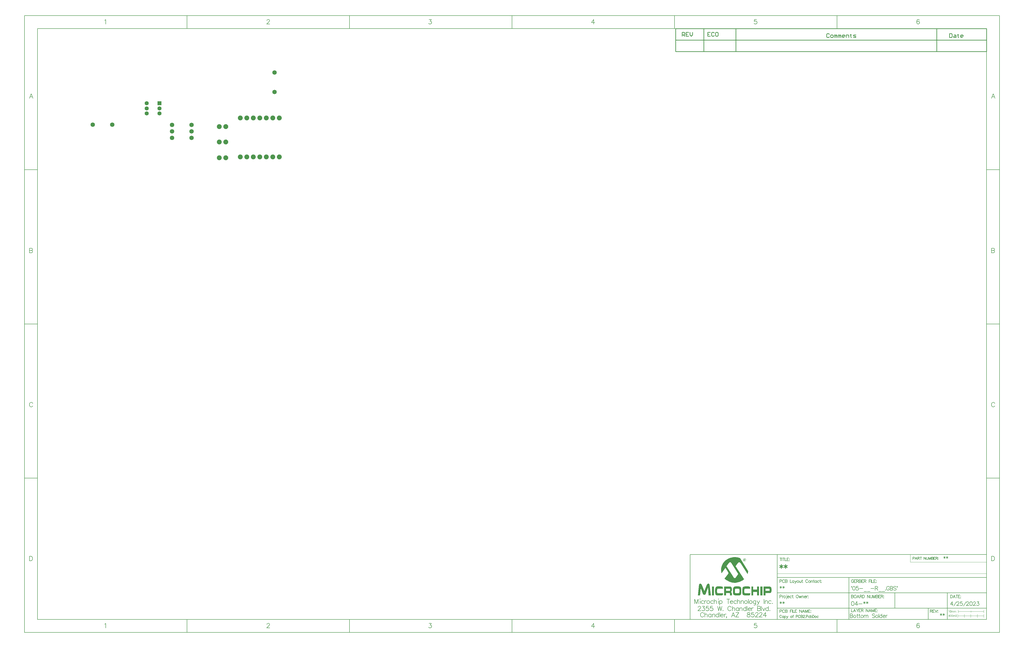
<source format=gbs>
G04*
G04 #@! TF.GenerationSoftware,Altium Limited,Altium Designer,22.10.1 (41)*
G04*
G04 Layer_Color=16711935*
%FSLAX43Y43*%
%MOMM*%
G71*
G04*
G04 #@! TF.SameCoordinates,616D65FC-62BC-469B-91EF-3386A997E351*
G04*
G04*
G04 #@! TF.FilePolarity,Negative*
G04*
G01*
G75*
%ADD10C,0.200*%
%ADD11C,0.100*%
%ADD13C,0.254*%
%ADD14C,0.150*%
%ADD15C,0.178*%
%ADD17C,0.127*%
%ADD18C,0.180*%
%ADD19C,0.350*%
%ADD38C,1.724*%
%ADD39P,2.057X8X202.5*%
%ADD40C,1.900*%
%ADD41C,1.600*%
%ADD42R,1.600X1.600*%
G36*
X259338Y-154352D02*
X259423Y-154373D01*
X259528Y-154416D01*
X259634Y-154479D01*
X259719Y-154574D01*
X259782Y-154712D01*
X259793Y-154786D01*
X259804Y-154881D01*
X259804Y-154892D01*
X259804Y-154902D01*
X259793Y-154966D01*
X259772Y-155061D01*
X259740Y-155167D01*
X259666Y-155273D01*
X259571Y-155368D01*
X259507Y-155410D01*
X259433Y-155431D01*
X259349Y-155453D01*
X259253Y-155463D01*
X259211Y-155463D01*
X259169Y-155453D01*
X259116Y-155442D01*
X259042Y-155421D01*
X258978Y-155389D01*
X258904Y-155347D01*
X258841Y-155294D01*
X258830Y-155283D01*
X258819Y-155262D01*
X258788Y-155230D01*
X258756Y-155177D01*
X258724Y-155114D01*
X258703Y-155050D01*
X258682Y-154966D01*
X258671Y-154881D01*
X258671Y-154871D01*
X258671Y-154839D01*
X258682Y-154807D01*
X258693Y-154754D01*
X258714Y-154691D01*
X258745Y-154627D01*
X258788Y-154564D01*
X258841Y-154500D01*
X258851Y-154490D01*
X258872Y-154479D01*
X258904Y-154447D01*
X258957Y-154416D01*
X259021Y-154394D01*
X259084Y-154363D01*
X259169Y-154352D01*
X259253Y-154341D01*
X259274Y-154341D01*
X259338Y-154352D01*
X259338Y-154352D02*
G37*
G36*
X255624Y-153855D02*
X255730Y-153855D01*
X255846Y-153865D01*
X255984Y-153876D01*
X256121Y-153897D01*
X256280Y-153918D01*
X256449Y-153950D01*
X256788Y-154024D01*
X257148Y-154130D01*
X257497Y-154267D01*
X260671Y-159304D01*
X260671Y-159315D01*
X260671Y-159347D01*
X260661Y-159399D01*
X260661Y-159463D01*
X260650Y-159548D01*
X260629Y-159632D01*
X260587Y-159844D01*
X260587Y-159855D01*
X260576Y-159897D01*
X260565Y-159950D01*
X260544Y-160034D01*
X260513Y-160130D01*
X260491Y-160235D01*
X260417Y-160468D01*
X257666Y-156172D01*
X257655Y-156162D01*
X257624Y-156119D01*
X257581Y-156066D01*
X257529Y-156003D01*
X257454Y-155939D01*
X257370Y-155886D01*
X257275Y-155844D01*
X257169Y-155833D01*
X257126Y-155833D01*
X257084Y-155855D01*
X257021Y-155876D01*
X256957Y-155908D01*
X256883Y-155971D01*
X256798Y-156045D01*
X256714Y-156151D01*
X255793Y-157410D01*
X259031Y-162510D01*
X259010Y-162521D01*
X258957Y-162574D01*
X258872Y-162637D01*
X258756Y-162722D01*
X258608Y-162828D01*
X258428Y-162944D01*
X258216Y-163071D01*
X257984Y-163198D01*
X257719Y-163325D01*
X257433Y-163452D01*
X257126Y-163569D01*
X256798Y-163674D01*
X256449Y-163759D01*
X256079Y-163823D01*
X255687Y-163876D01*
X255285Y-163886D01*
X255190Y-163886D01*
X255137Y-163876D01*
X255074Y-163876D01*
X254915Y-163865D01*
X254724Y-163833D01*
X254502Y-163801D01*
X254248Y-163749D01*
X253984Y-163674D01*
X253687Y-163590D01*
X253381Y-163484D01*
X253063Y-163346D01*
X252746Y-163188D01*
X252418Y-162997D01*
X252090Y-162775D01*
X251772Y-162521D01*
X251465Y-162235D01*
X252841Y-160341D01*
X252851Y-160331D01*
X252862Y-160310D01*
X252873Y-160278D01*
X252883Y-160235D01*
X252894Y-160183D01*
X252915Y-160119D01*
X252926Y-160034D01*
X252926Y-160024D01*
X252926Y-160003D01*
X252915Y-159971D01*
X252904Y-159929D01*
X252894Y-159876D01*
X252862Y-159812D01*
X252830Y-159738D01*
X252777Y-159653D01*
X251762Y-158066D01*
X250248Y-160161D01*
X250248Y-160151D01*
X250238Y-160130D01*
X250227Y-160098D01*
X250217Y-160045D01*
X250206Y-159992D01*
X250195Y-159918D01*
X250164Y-159749D01*
X250121Y-159548D01*
X250100Y-159315D01*
X250079Y-159061D01*
X250068Y-158786D01*
X250068Y-158775D01*
X250068Y-158765D01*
X250068Y-158701D01*
X250079Y-158595D01*
X250090Y-158458D01*
X250111Y-158288D01*
X250143Y-158087D01*
X250195Y-157865D01*
X250248Y-157622D01*
X250322Y-157368D01*
X250418Y-157093D01*
X250545Y-156818D01*
X250682Y-156521D01*
X250852Y-156236D01*
X251042Y-155950D01*
X251264Y-155664D01*
X251518Y-155389D01*
X251539Y-155368D01*
X251592Y-155326D01*
X251677Y-155241D01*
X251793Y-155146D01*
X251952Y-155029D01*
X252132Y-154902D01*
X252344Y-154765D01*
X252587Y-154617D01*
X252862Y-154468D01*
X253158Y-154331D01*
X253476Y-154204D01*
X253825Y-154088D01*
X254195Y-153982D01*
X254587Y-153908D01*
X255000Y-153865D01*
X255433Y-153844D01*
X255550Y-153844D01*
X255624Y-153855D01*
X255624Y-153855D02*
G37*
G36*
X260893Y-165315D02*
X260978Y-165315D01*
X261052Y-165325D01*
X261105Y-165336D01*
X261116Y-165336D01*
X261147Y-165346D01*
X261190Y-165368D01*
X261243Y-165399D01*
X261296Y-165442D01*
X261348Y-165505D01*
X261391Y-165579D01*
X261423Y-165674D01*
X261423Y-165685D01*
X261423Y-165706D01*
X261433Y-165748D01*
X261433Y-165812D01*
X261433Y-165886D01*
X261444Y-165981D01*
X261444Y-166098D01*
X261444Y-166225D01*
X259560Y-166182D01*
X259539Y-166182D01*
X259497Y-166193D01*
X259423Y-166214D01*
X259349Y-166267D01*
X259264Y-166341D01*
X259232Y-166405D01*
X259190Y-166468D01*
X259169Y-166542D01*
X259148Y-166637D01*
X259126Y-166743D01*
X259126Y-166870D01*
X259126Y-167262D01*
X259126Y-167272D01*
X259126Y-167293D01*
X259126Y-167325D01*
X259137Y-167367D01*
X259148Y-167484D01*
X259179Y-167600D01*
X259232Y-167727D01*
X259306Y-167844D01*
X259349Y-167886D01*
X259412Y-167918D01*
X259476Y-167939D01*
X259550Y-167949D01*
X261475Y-167949D01*
X261475Y-167960D01*
X261475Y-167971D01*
X261475Y-168034D01*
X261475Y-168129D01*
X261465Y-168246D01*
X261454Y-168362D01*
X261433Y-168468D01*
X261401Y-168563D01*
X261370Y-168637D01*
X261359Y-168648D01*
X261338Y-168669D01*
X261306Y-168690D01*
X261243Y-168722D01*
X261158Y-168764D01*
X261052Y-168785D01*
X260904Y-168807D01*
X260735Y-168817D01*
X259370Y-168817D01*
X259327Y-168807D01*
X259211Y-168796D01*
X259073Y-168775D01*
X258925Y-168732D01*
X258777Y-168669D01*
X258650Y-168574D01*
X258544Y-168457D01*
X258534Y-168447D01*
X258523Y-168404D01*
X258491Y-168341D01*
X258470Y-168246D01*
X258439Y-168119D01*
X258407Y-167971D01*
X258396Y-167791D01*
X258386Y-167590D01*
X258386Y-166563D01*
X258386Y-166553D01*
X258386Y-166521D01*
X258386Y-166479D01*
X258396Y-166426D01*
X258396Y-166352D01*
X258407Y-166278D01*
X258439Y-166098D01*
X258491Y-165907D01*
X258555Y-165727D01*
X258661Y-165558D01*
X258724Y-165495D01*
X258798Y-165442D01*
X258809Y-165431D01*
X258841Y-165420D01*
X258883Y-165399D01*
X258957Y-165368D01*
X259042Y-165346D01*
X259158Y-165325D01*
X259285Y-165315D01*
X259433Y-165304D01*
X260809Y-165304D01*
X260893Y-165315D01*
X260893Y-165315D02*
G37*
G36*
X264904Y-168796D02*
X264174Y-168796D01*
X264174Y-167484D01*
X262618Y-167484D01*
X262618Y-168796D01*
X261930Y-168796D01*
X261930Y-165336D01*
X262618Y-165336D01*
X262618Y-166563D01*
X264174Y-166563D01*
X264174Y-165336D01*
X264904Y-165336D01*
X264904Y-168796D01*
X264904Y-168796D02*
G37*
G36*
X245211Y-164204D02*
X245275Y-164225D01*
X245349Y-164256D01*
X245434Y-164320D01*
X245508Y-164415D01*
X245540Y-164479D01*
X245561Y-164553D01*
X245592Y-164637D01*
X245603Y-164733D01*
X246069Y-168796D01*
X245201Y-168796D01*
X244958Y-165875D01*
X244947Y-165875D01*
X244048Y-168214D01*
X244037Y-168235D01*
X244016Y-168277D01*
X243984Y-168341D01*
X243931Y-168404D01*
X243857Y-168479D01*
X243772Y-168542D01*
X243667Y-168584D01*
X243540Y-168606D01*
X243518Y-168606D01*
X243476Y-168595D01*
X243413Y-168584D01*
X243328Y-168553D01*
X243233Y-168510D01*
X243148Y-168436D01*
X243063Y-168341D01*
X243000Y-168214D01*
X242111Y-165918D01*
X242100Y-165918D01*
X241847Y-168796D01*
X241000Y-168796D01*
X241444Y-164690D01*
X241444Y-164680D01*
X241444Y-164669D01*
X241466Y-164616D01*
X241487Y-164532D01*
X241529Y-164436D01*
X241582Y-164352D01*
X241667Y-164267D01*
X241772Y-164214D01*
X241836Y-164193D01*
X241931Y-164193D01*
X241984Y-164204D01*
X242058Y-164214D01*
X242153Y-164246D01*
X242259Y-164309D01*
X242365Y-164394D01*
X242460Y-164500D01*
X242503Y-164574D01*
X242534Y-164659D01*
X243518Y-167166D01*
X243540Y-167166D01*
X244524Y-164659D01*
X244524Y-164648D01*
X244534Y-164637D01*
X244555Y-164584D01*
X244608Y-164510D01*
X244672Y-164426D01*
X244756Y-164341D01*
X244862Y-164267D01*
X244989Y-164214D01*
X245063Y-164193D01*
X245169Y-164193D01*
X245211Y-164204D01*
X245211Y-164204D02*
G37*
G36*
X269031Y-165346D02*
X269137Y-165368D01*
X269274Y-165410D01*
X269412Y-165473D01*
X269539Y-165579D01*
X269602Y-165643D01*
X269655Y-165727D01*
X269697Y-165812D01*
X269729Y-165918D01*
X269729Y-165928D01*
X269740Y-165960D01*
X269750Y-166013D01*
X269761Y-166077D01*
X269771Y-166172D01*
X269782Y-166278D01*
X269793Y-166394D01*
X269793Y-166532D01*
X269793Y-166796D01*
X269793Y-166807D01*
X269793Y-166828D01*
X269793Y-166849D01*
X269793Y-166891D01*
X269782Y-167008D01*
X269771Y-167135D01*
X269740Y-167283D01*
X269708Y-167431D01*
X269655Y-167579D01*
X269581Y-167695D01*
X269570Y-167706D01*
X269549Y-167727D01*
X269518Y-167770D01*
X269465Y-167801D01*
X269401Y-167844D01*
X269316Y-167886D01*
X269221Y-167907D01*
X269115Y-167918D01*
X267401Y-167918D01*
X267401Y-168796D01*
X266682Y-168796D01*
X266682Y-165336D01*
X268988Y-165336D01*
X269031Y-165346D01*
X269031Y-165346D02*
G37*
G36*
X266216Y-168796D02*
X265412Y-168796D01*
X265412Y-165336D01*
X266216Y-165336D01*
X266216Y-168796D01*
X266216Y-168796D02*
G37*
G36*
X253677Y-165346D02*
X253719Y-165346D01*
X253836Y-165389D01*
X253888Y-165420D01*
X253963Y-165463D01*
X254026Y-165516D01*
X254079Y-165590D01*
X254142Y-165664D01*
X254195Y-165770D01*
X254238Y-165886D01*
X254269Y-166024D01*
X254291Y-166182D01*
X254301Y-166362D01*
X254301Y-166574D01*
X254301Y-166584D01*
X254301Y-166606D01*
X254301Y-166637D01*
X254291Y-166690D01*
X254280Y-166807D01*
X254248Y-166955D01*
X254206Y-167103D01*
X254132Y-167251D01*
X254037Y-167367D01*
X253984Y-167410D01*
X253910Y-167442D01*
X253910Y-167452D01*
X253931Y-167463D01*
X253973Y-167473D01*
X254037Y-167516D01*
X254111Y-167590D01*
X254174Y-167685D01*
X254238Y-167822D01*
X254269Y-167897D01*
X254280Y-167992D01*
X254301Y-168098D01*
X254301Y-168214D01*
X254301Y-168796D01*
X253571Y-168796D01*
X253571Y-168383D01*
X253571Y-168373D01*
X253571Y-168341D01*
X253571Y-168288D01*
X253571Y-168235D01*
X253560Y-168108D01*
X253550Y-168055D01*
X253539Y-168024D01*
X253539Y-168013D01*
X253529Y-168002D01*
X253486Y-167949D01*
X253402Y-167907D01*
X253349Y-167897D01*
X253285Y-167886D01*
X251994Y-167886D01*
X251994Y-168796D01*
X251264Y-168796D01*
X251264Y-165336D01*
X253645Y-165336D01*
X253677Y-165346D01*
X253677Y-165346D02*
G37*
G36*
X247307Y-168796D02*
X246492Y-168796D01*
X246492Y-165336D01*
X247307Y-165336D01*
X247307Y-168796D01*
X247307Y-168796D02*
G37*
G36*
X257148Y-165315D02*
X257275Y-165346D01*
X257412Y-165378D01*
X257550Y-165431D01*
X257666Y-165505D01*
X257761Y-165611D01*
X257772Y-165622D01*
X257793Y-165664D01*
X257835Y-165738D01*
X257878Y-165844D01*
X257909Y-165971D01*
X257952Y-166129D01*
X257973Y-166320D01*
X257984Y-166542D01*
X257984Y-167579D01*
X257984Y-167590D01*
X257984Y-167621D01*
X257984Y-167664D01*
X257973Y-167727D01*
X257973Y-167812D01*
X257962Y-167897D01*
X257920Y-168087D01*
X257857Y-168288D01*
X257772Y-168479D01*
X257708Y-168563D01*
X257645Y-168637D01*
X257560Y-168701D01*
X257476Y-168754D01*
X257465Y-168754D01*
X257444Y-168764D01*
X257391Y-168775D01*
X257338Y-168785D01*
X257253Y-168796D01*
X257169Y-168807D01*
X257063Y-168817D01*
X255730Y-168817D01*
X255687Y-168807D01*
X255571Y-168796D01*
X255444Y-168775D01*
X255306Y-168732D01*
X255158Y-168680D01*
X255031Y-168595D01*
X254925Y-168489D01*
X254915Y-168479D01*
X254894Y-168436D01*
X254862Y-168362D01*
X254830Y-168267D01*
X254798Y-168140D01*
X254767Y-167981D01*
X254746Y-167801D01*
X254735Y-167579D01*
X254735Y-166542D01*
X254735Y-166532D01*
X254735Y-166500D01*
X254735Y-166447D01*
X254746Y-166383D01*
X254756Y-166299D01*
X254767Y-166203D01*
X254809Y-166002D01*
X254883Y-165801D01*
X254936Y-165696D01*
X254989Y-165600D01*
X255063Y-165516D01*
X255137Y-165442D01*
X255232Y-165389D01*
X255338Y-165346D01*
X255349Y-165346D01*
X255370Y-165336D01*
X255412Y-165336D01*
X255465Y-165325D01*
X255529Y-165315D01*
X255603Y-165315D01*
X255783Y-165304D01*
X257042Y-165304D01*
X257148Y-165315D01*
X257148Y-165315D02*
G37*
G36*
X250079Y-165315D02*
X250248Y-165325D01*
X250407Y-165336D01*
X250471Y-165346D01*
X250534Y-165357D01*
X250576Y-165368D01*
X250608Y-165378D01*
X250619Y-165389D01*
X250640Y-165410D01*
X250672Y-165452D01*
X250703Y-165526D01*
X250735Y-165622D01*
X250756Y-165696D01*
X250767Y-165770D01*
X250777Y-165854D01*
X250788Y-165950D01*
X250799Y-166055D01*
X250799Y-166182D01*
X248904Y-166182D01*
X248862Y-166193D01*
X248820Y-166203D01*
X248714Y-166235D01*
X248661Y-166278D01*
X248619Y-166320D01*
X248619Y-166330D01*
X248598Y-166352D01*
X248587Y-166383D01*
X248566Y-166436D01*
X248545Y-166510D01*
X248524Y-166606D01*
X248513Y-166733D01*
X248502Y-166870D01*
X248502Y-167262D01*
X248502Y-167283D01*
X248502Y-167325D01*
X248502Y-167399D01*
X248513Y-167473D01*
X248513Y-167569D01*
X248524Y-167653D01*
X248534Y-167727D01*
X248555Y-167780D01*
X248555Y-167791D01*
X248576Y-167801D01*
X248598Y-167833D01*
X248640Y-167865D01*
X248682Y-167897D01*
X248746Y-167918D01*
X248820Y-167939D01*
X248915Y-167949D01*
X250852Y-167949D01*
X250852Y-167960D01*
X250852Y-167971D01*
X250852Y-168034D01*
X250852Y-168119D01*
X250841Y-168225D01*
X250830Y-168330D01*
X250809Y-168436D01*
X250777Y-168531D01*
X250746Y-168606D01*
X250735Y-168616D01*
X250714Y-168637D01*
X250672Y-168669D01*
X250619Y-168711D01*
X250523Y-168754D01*
X250418Y-168785D01*
X250270Y-168807D01*
X250100Y-168817D01*
X248703Y-168817D01*
X248598Y-168807D01*
X248481Y-168785D01*
X248344Y-168754D01*
X248206Y-168701D01*
X248079Y-168637D01*
X247973Y-168542D01*
X247963Y-168531D01*
X247942Y-168489D01*
X247899Y-168415D01*
X247857Y-168320D01*
X247815Y-168182D01*
X247772Y-168024D01*
X247751Y-167822D01*
X247741Y-167579D01*
X247741Y-166542D01*
X247741Y-166532D01*
X247741Y-166489D01*
X247741Y-166436D01*
X247751Y-166373D01*
X247762Y-166278D01*
X247783Y-166182D01*
X247836Y-165971D01*
X247920Y-165759D01*
X247973Y-165653D01*
X248047Y-165558D01*
X248132Y-165473D01*
X248227Y-165399D01*
X248333Y-165346D01*
X248460Y-165315D01*
X248513Y-165315D01*
X248555Y-165304D01*
X249910Y-165304D01*
X250079Y-165315D01*
X250079Y-165315D02*
G37*
%LPC*%
G36*
X259338Y-154437D02*
X259232Y-154437D01*
X259179Y-154447D01*
X259095Y-154458D01*
X259010Y-154490D01*
X258915Y-154543D01*
X258830Y-154627D01*
X258777Y-154733D01*
X258767Y-154807D01*
X258756Y-154881D01*
X258756Y-154892D01*
X258756Y-154913D01*
X258767Y-154955D01*
X258777Y-155008D01*
X258819Y-155125D01*
X258851Y-155177D01*
X258894Y-155241D01*
X258904Y-155251D01*
X258925Y-155262D01*
X258957Y-155283D01*
X258999Y-155304D01*
X259105Y-155357D01*
X259179Y-155368D01*
X259253Y-155378D01*
X259274Y-155378D01*
X259327Y-155368D01*
X259401Y-155347D01*
X259486Y-155315D01*
X259571Y-155251D01*
X259645Y-155167D01*
X259698Y-155040D01*
X259719Y-154966D01*
X259719Y-154881D01*
X259719Y-154860D01*
X259708Y-154807D01*
X259698Y-154744D01*
X259666Y-154659D01*
X259603Y-154574D01*
X259518Y-154511D01*
X259412Y-154458D01*
X259338Y-154437D01*
X259338Y-154437D02*
G37*
%LPD*%
G36*
X259327Y-154574D02*
X259370Y-154585D01*
X259412Y-154617D01*
X259454Y-154648D01*
X259476Y-154701D01*
X259486Y-154765D01*
X259486Y-154775D01*
X259486Y-154796D01*
X259465Y-154860D01*
X259444Y-154892D01*
X259423Y-154923D01*
X259380Y-154945D01*
X259327Y-154955D01*
X259507Y-155241D01*
X259401Y-155241D01*
X259222Y-154955D01*
X259116Y-154955D01*
X259116Y-155241D01*
X259010Y-155241D01*
X259010Y-154564D01*
X259285Y-154564D01*
X259327Y-154574D01*
X259327Y-154574D02*
G37*
%LPC*%
G36*
X259285Y-154659D02*
X259116Y-154659D01*
X259116Y-154871D01*
X259296Y-154871D01*
X259338Y-154860D01*
X259370Y-154828D01*
X259380Y-154765D01*
X259380Y-154744D01*
X259370Y-154712D01*
X259338Y-154680D01*
X259285Y-154659D01*
X259285Y-154659D02*
G37*
G36*
X253603Y-155823D02*
X253560Y-155823D01*
X253508Y-155844D01*
X253444Y-155865D01*
X253370Y-155897D01*
X253296Y-155960D01*
X253201Y-156035D01*
X253116Y-156140D01*
X252227Y-157389D01*
X254925Y-161664D01*
X254936Y-161685D01*
X254968Y-161727D01*
X255010Y-161791D01*
X255074Y-161854D01*
X255148Y-161928D01*
X255222Y-161992D01*
X255296Y-162034D01*
X255380Y-162055D01*
X255423Y-162055D01*
X255476Y-162045D01*
X255539Y-162024D01*
X255613Y-161981D01*
X255687Y-161939D01*
X255772Y-161865D01*
X255846Y-161770D01*
X256788Y-160415D01*
X254079Y-156151D01*
X254068Y-156140D01*
X254047Y-156098D01*
X253994Y-156045D01*
X253941Y-155982D01*
X253867Y-155929D01*
X253793Y-155876D01*
X253698Y-155833D01*
X253603Y-155823D01*
X253603Y-155823D02*
G37*
G36*
X268756Y-166172D02*
X267401Y-166172D01*
X267401Y-167050D01*
X268819Y-167050D01*
X268840Y-167039D01*
X268883Y-167029D01*
X268925Y-167008D01*
X268957Y-166965D01*
X268999Y-166902D01*
X269020Y-166807D01*
X269031Y-166690D01*
X269031Y-166563D01*
X269031Y-166542D01*
X269031Y-166500D01*
X269020Y-166436D01*
X268999Y-166362D01*
X268967Y-166299D01*
X268914Y-166235D01*
X268851Y-166193D01*
X268756Y-166172D01*
X268756Y-166172D02*
G37*
G36*
X253254Y-166172D02*
X251994Y-166172D01*
X251994Y-167039D01*
X253338Y-167039D01*
X253370Y-167029D01*
X253423Y-167018D01*
X253476Y-166987D01*
X253518Y-166944D01*
X253571Y-166881D01*
X253603Y-166785D01*
X253613Y-166658D01*
X253613Y-166563D01*
X253613Y-166542D01*
X253613Y-166500D01*
X253592Y-166436D01*
X253571Y-166362D01*
X253529Y-166299D01*
X253465Y-166235D01*
X253370Y-166193D01*
X253254Y-166172D01*
X253254Y-166172D02*
G37*
G36*
X256788Y-166172D02*
X255899Y-166172D01*
X255857Y-166182D01*
X255804Y-166193D01*
X255751Y-166214D01*
X255698Y-166235D01*
X255645Y-166278D01*
X255592Y-166330D01*
X255592Y-166341D01*
X255571Y-166362D01*
X255560Y-166394D01*
X255539Y-166457D01*
X255518Y-166532D01*
X255507Y-166616D01*
X255486Y-166733D01*
X255486Y-166870D01*
X255486Y-167262D01*
X255486Y-167283D01*
X255486Y-167325D01*
X255486Y-167389D01*
X255497Y-167473D01*
X255518Y-167653D01*
X255539Y-167738D01*
X255560Y-167801D01*
X255560Y-167812D01*
X255581Y-167822D01*
X255603Y-167844D01*
X255634Y-167875D01*
X255677Y-167907D01*
X255730Y-167928D01*
X255804Y-167939D01*
X255888Y-167949D01*
X256830Y-167949D01*
X256883Y-167939D01*
X256957Y-167918D01*
X257042Y-167865D01*
X257116Y-167780D01*
X257158Y-167727D01*
X257190Y-167664D01*
X257222Y-167579D01*
X257243Y-167484D01*
X257264Y-167378D01*
X257264Y-167262D01*
X257264Y-166870D01*
X257264Y-166849D01*
X257264Y-166807D01*
X257253Y-166743D01*
X257243Y-166658D01*
X257201Y-166479D01*
X257169Y-166394D01*
X257116Y-166330D01*
X257105Y-166320D01*
X257095Y-166309D01*
X257063Y-166278D01*
X257021Y-166246D01*
X256915Y-166193D01*
X256862Y-166182D01*
X256788Y-166172D01*
X256788Y-166172D02*
G37*
%LPD*%
D10*
X337357Y-153546D02*
X337357Y-154403D01*
X337000Y-153761D02*
X337714Y-154189D01*
X337714Y-153761D02*
X337000Y-154189D01*
X338378Y-153546D02*
X338378Y-154403D01*
X338021Y-153761D02*
X338735Y-154189D01*
X338735Y-153761D02*
X338021Y-154189D01*
D11*
X347700Y-175396D02*
X347700Y-174796D01*
X353820Y-155796D02*
X353820Y-155796D01*
X342700Y-175596D02*
X342700Y-174596D01*
X342540Y-177431D02*
X342540Y-176161D01*
X345080Y-177431D02*
X345080Y-176161D01*
X347620Y-177431D02*
X347620Y-176161D01*
X350160Y-177431D02*
X350160Y-176161D01*
X352700Y-175596D02*
X352700Y-174596D01*
X352700Y-177431D02*
X352700Y-176161D01*
X324000Y-155796D02*
X324000Y-152796D01*
X342540Y-176796D02*
X352700Y-176796D01*
X342700Y-175096D02*
X352700Y-175096D01*
X324000Y-155796D02*
X353820Y-155796D01*
X272000Y-160296D02*
X353820Y-160296D01*
X339233Y-176396D02*
X338900Y-176863D01*
X339400Y-176863D01*
X339233Y-176396D02*
X339233Y-177096D01*
X339723Y-176396D02*
X339623Y-176429D01*
X339557Y-176529D01*
X339523Y-176696D01*
X339523Y-176796D01*
X339557Y-176963D01*
X339623Y-177063D01*
X339723Y-177096D01*
X339790Y-177096D01*
X339890Y-177063D01*
X339956Y-176963D01*
X339990Y-176796D01*
X339990Y-176696D01*
X339956Y-176529D01*
X339890Y-176429D01*
X339790Y-176396D01*
X339723Y-176396D01*
X340346Y-176396D02*
X340246Y-176429D01*
X340180Y-176529D01*
X340146Y-176696D01*
X340146Y-176796D01*
X340180Y-176963D01*
X340246Y-177063D01*
X340346Y-177096D01*
X340413Y-177096D01*
X340513Y-177063D01*
X340580Y-176963D01*
X340613Y-176796D01*
X340613Y-176696D01*
X340580Y-176529D01*
X340513Y-176429D01*
X340413Y-176396D01*
X340346Y-176396D01*
X340770Y-176629D02*
X340770Y-177096D01*
X340770Y-176763D02*
X340870Y-176663D01*
X340936Y-176629D01*
X341036Y-176629D01*
X341103Y-176663D01*
X341136Y-176763D01*
X341136Y-177096D01*
X341136Y-176763D02*
X341236Y-176663D01*
X341303Y-176629D01*
X341403Y-176629D01*
X341469Y-176663D01*
X341503Y-176763D01*
X341503Y-177096D01*
X341789Y-176396D02*
X341823Y-176429D01*
X341856Y-176396D01*
X341823Y-176363D01*
X341789Y-176396D01*
X341823Y-176629D02*
X341823Y-177096D01*
X341979Y-176396D02*
X341979Y-177096D01*
X339000Y-174829D02*
X339067Y-174796D01*
X339167Y-174696D01*
X339167Y-175396D01*
X339713Y-174696D02*
X339613Y-174729D01*
X339547Y-174829D01*
X339513Y-174996D01*
X339513Y-175096D01*
X339547Y-175263D01*
X339613Y-175363D01*
X339713Y-175396D01*
X339780Y-175396D01*
X339880Y-175363D01*
X339946Y-175263D01*
X339980Y-175096D01*
X339980Y-174996D01*
X339946Y-174829D01*
X339880Y-174729D01*
X339780Y-174696D01*
X339713Y-174696D01*
X340136Y-174929D02*
X340136Y-175396D01*
X340136Y-175063D02*
X340236Y-174963D01*
X340303Y-174929D01*
X340403Y-174929D01*
X340470Y-174963D01*
X340503Y-175063D01*
X340503Y-175396D01*
X340503Y-175063D02*
X340603Y-174963D01*
X340670Y-174929D01*
X340770Y-174929D01*
X340836Y-174963D01*
X340870Y-175063D01*
X340870Y-175396D01*
X341090Y-174929D02*
X341090Y-175396D01*
X341090Y-175063D02*
X341190Y-174963D01*
X341256Y-174929D01*
X341356Y-174929D01*
X341423Y-174963D01*
X341456Y-175063D01*
X341456Y-175396D01*
X341456Y-175063D02*
X341556Y-174963D01*
X341623Y-174929D01*
X341723Y-174929D01*
X341789Y-174963D01*
X341823Y-175063D01*
X341823Y-175396D01*
D13*
X353820Y43924D02*
X353820Y52924D01*
X232320Y52924D02*
X353820Y52924D01*
X255820Y43924D02*
X255820Y48424D01*
X232320Y48424D02*
X232320Y52924D01*
X232320Y48424D02*
X353820Y48424D01*
X243320Y48424D02*
X243320Y52924D01*
X255820Y48424D02*
X255820Y52924D01*
X334320Y48424D02*
X334320Y52924D01*
X232320Y43924D02*
X232320Y48424D01*
X232320Y43924D02*
X353820Y43924D01*
X334320Y43924D02*
X334320Y48424D01*
X243320Y43924D02*
X243320Y48424D01*
X234820Y49924D02*
X234820Y51448D01*
X235582Y51448D01*
X235836Y51194D01*
X235836Y50686D01*
X235582Y50432D01*
X234820Y50432D01*
X235328Y50432D02*
X235836Y49924D01*
X237359Y51448D02*
X236344Y51448D01*
X236344Y49924D01*
X237359Y49924D01*
X236344Y50686D02*
X236851Y50686D01*
X237867Y51448D02*
X237867Y50432D01*
X238375Y49924D01*
X238883Y50432D01*
X238883Y51448D01*
X245836Y51448D02*
X244820Y51448D01*
X244820Y49924D01*
X245836Y49924D01*
X244820Y50686D02*
X245328Y50686D01*
X247359Y51194D02*
X247105Y51448D01*
X246597Y51448D01*
X246344Y51194D01*
X246344Y50178D01*
X246597Y49924D01*
X247105Y49924D01*
X247359Y50178D01*
X248629Y51448D02*
X248121Y51448D01*
X247867Y51194D01*
X247867Y50178D01*
X248121Y49924D01*
X248629Y49924D01*
X248883Y50178D01*
X248883Y51194D01*
X248629Y51448D01*
X292336Y50694D02*
X292082Y50948D01*
X291574Y50948D01*
X291320Y50694D01*
X291320Y49678D01*
X291574Y49424D01*
X292082Y49424D01*
X292336Y49678D01*
X293097Y49424D02*
X293605Y49424D01*
X293859Y49678D01*
X293859Y50186D01*
X293605Y50440D01*
X293097Y50440D01*
X292844Y50186D01*
X292844Y49678D01*
X293097Y49424D01*
X294367Y49424D02*
X294367Y50440D01*
X294621Y50440D01*
X294875Y50186D01*
X294875Y49424D01*
X294875Y50186D01*
X295129Y50440D01*
X295383Y50186D01*
X295383Y49424D01*
X295891Y49424D02*
X295891Y50440D01*
X296144Y50440D01*
X296398Y50186D01*
X296398Y49424D01*
X296398Y50186D01*
X296652Y50440D01*
X296906Y50186D01*
X296906Y49424D01*
X298176Y49424D02*
X297668Y49424D01*
X297414Y49678D01*
X297414Y50186D01*
X297668Y50440D01*
X298176Y50440D01*
X298430Y50186D01*
X298430Y49932D01*
X297414Y49932D01*
X298938Y49424D02*
X298938Y50440D01*
X299699Y50440D01*
X299953Y50186D01*
X299953Y49424D01*
X300715Y50694D02*
X300715Y50440D01*
X300461Y50440D01*
X300969Y50440D01*
X300715Y50440D01*
X300715Y49678D01*
X300969Y49424D01*
X301731Y49424D02*
X302492Y49424D01*
X302746Y49678D01*
X302492Y49932D01*
X301985Y49932D01*
X301731Y50186D01*
X301985Y50440D01*
X302746Y50440D01*
X339320Y50948D02*
X339320Y49424D01*
X340082Y49424D01*
X340336Y49678D01*
X340336Y50694D01*
X340082Y50948D01*
X339320Y50948D01*
X341097Y50440D02*
X341605Y50440D01*
X341859Y50186D01*
X341859Y49424D01*
X341097Y49424D01*
X340844Y49678D01*
X341097Y49932D01*
X341859Y49932D01*
X342621Y50694D02*
X342621Y50440D01*
X342367Y50440D01*
X342875Y50440D01*
X342621Y50440D01*
X342621Y49678D01*
X342875Y49424D01*
X344398Y49424D02*
X343891Y49424D01*
X343637Y49678D01*
X343637Y50186D01*
X343891Y50440D01*
X344398Y50440D01*
X344652Y50186D01*
X344652Y49932D01*
X343637Y49932D01*
D14*
X300500Y-176046D02*
X300500Y-177546D01*
X300500Y-176046D02*
X301143Y-176046D01*
X301357Y-176118D01*
X301428Y-176189D01*
X301500Y-176332D01*
X301500Y-176475D01*
X301428Y-176618D01*
X301357Y-176689D01*
X301143Y-176760D01*
X300500Y-176760D02*
X301143Y-176760D01*
X301357Y-176832D01*
X301428Y-176903D01*
X301500Y-177046D01*
X301500Y-177260D01*
X301428Y-177403D01*
X301357Y-177475D01*
X301143Y-177546D01*
X300500Y-177546D01*
X302193Y-176546D02*
X302050Y-176618D01*
X301907Y-176760D01*
X301835Y-176975D01*
X301835Y-177118D01*
X301907Y-177332D01*
X302050Y-177475D01*
X302193Y-177546D01*
X302407Y-177546D01*
X302550Y-177475D01*
X302692Y-177332D01*
X302764Y-177118D01*
X302764Y-176975D01*
X302692Y-176760D01*
X302550Y-176618D01*
X302407Y-176546D01*
X302193Y-176546D01*
X303307Y-176046D02*
X303307Y-177260D01*
X303378Y-177475D01*
X303521Y-177546D01*
X303664Y-177546D01*
X303092Y-176546D02*
X303592Y-176546D01*
X304092Y-176046D02*
X304092Y-177260D01*
X304164Y-177475D01*
X304306Y-177546D01*
X304449Y-177546D01*
X303878Y-176546D02*
X304378Y-176546D01*
X305020Y-176546D02*
X304878Y-176618D01*
X304735Y-176760D01*
X304663Y-176975D01*
X304663Y-177118D01*
X304735Y-177332D01*
X304878Y-177475D01*
X305020Y-177546D01*
X305235Y-177546D01*
X305378Y-177475D01*
X305520Y-177332D01*
X305592Y-177118D01*
X305592Y-176975D01*
X305520Y-176760D01*
X305378Y-176618D01*
X305235Y-176546D01*
X305020Y-176546D01*
X305920Y-176546D02*
X305920Y-177546D01*
X305920Y-176832D02*
X306134Y-176618D01*
X306277Y-176546D01*
X306492Y-176546D01*
X306634Y-176618D01*
X306706Y-176832D01*
X306706Y-177546D01*
X306706Y-176832D02*
X306920Y-176618D01*
X307063Y-176546D01*
X307277Y-176546D01*
X307420Y-176618D01*
X307491Y-176832D01*
X307491Y-177546D01*
X310141Y-176261D02*
X309998Y-176118D01*
X309784Y-176046D01*
X309498Y-176046D01*
X309284Y-176118D01*
X309141Y-176261D01*
X309141Y-176403D01*
X309212Y-176546D01*
X309284Y-176618D01*
X309427Y-176689D01*
X309855Y-176832D01*
X309998Y-176903D01*
X310069Y-176975D01*
X310141Y-177118D01*
X310141Y-177332D01*
X309998Y-177475D01*
X309784Y-177546D01*
X309498Y-177546D01*
X309284Y-177475D01*
X309141Y-177332D01*
X310833Y-176546D02*
X310691Y-176618D01*
X310548Y-176760D01*
X310476Y-176975D01*
X310476Y-177118D01*
X310548Y-177332D01*
X310691Y-177475D01*
X310833Y-177546D01*
X311048Y-177546D01*
X311191Y-177475D01*
X311333Y-177332D01*
X311405Y-177118D01*
X311405Y-176975D01*
X311333Y-176760D01*
X311191Y-176618D01*
X311048Y-176546D01*
X310833Y-176546D01*
X311733Y-176046D02*
X311733Y-177546D01*
X312904Y-176046D02*
X312904Y-177546D01*
X312904Y-176760D02*
X312762Y-176618D01*
X312619Y-176546D01*
X312405Y-176546D01*
X312262Y-176618D01*
X312119Y-176760D01*
X312048Y-176975D01*
X312048Y-177118D01*
X312119Y-177332D01*
X312262Y-177475D01*
X312405Y-177546D01*
X312619Y-177546D01*
X312762Y-177475D01*
X312904Y-177332D01*
X313304Y-176975D02*
X314161Y-176975D01*
X314161Y-176832D01*
X314090Y-176689D01*
X314019Y-176618D01*
X313876Y-176546D01*
X313661Y-176546D01*
X313519Y-176618D01*
X313376Y-176760D01*
X313304Y-176975D01*
X313304Y-177118D01*
X313376Y-177332D01*
X313519Y-177475D01*
X313661Y-177546D01*
X313876Y-177546D01*
X314019Y-177475D01*
X314161Y-177332D01*
X314483Y-176546D02*
X314483Y-177546D01*
X314483Y-176975D02*
X314554Y-176760D01*
X314697Y-176618D01*
X314840Y-176546D01*
X315054Y-176546D01*
X273000Y-174998D02*
X273493Y-174998D01*
X273657Y-174944D01*
X273712Y-174889D01*
X273767Y-174779D01*
X273767Y-174615D01*
X273712Y-174506D01*
X273657Y-174451D01*
X273493Y-174396D01*
X273000Y-174396D01*
X273000Y-175546D01*
X274845Y-174670D02*
X274790Y-174560D01*
X274681Y-174451D01*
X274571Y-174396D01*
X274352Y-174396D01*
X274243Y-174451D01*
X274133Y-174560D01*
X274079Y-174670D01*
X274024Y-174834D01*
X274024Y-175108D01*
X274079Y-175272D01*
X274133Y-175382D01*
X274243Y-175491D01*
X274352Y-175546D01*
X274571Y-175546D01*
X274681Y-175491D01*
X274790Y-175382D01*
X274845Y-175272D01*
X275168Y-174396D02*
X275168Y-175546D01*
X275168Y-174396D02*
X275661Y-174396D01*
X275825Y-174451D01*
X275880Y-174506D01*
X275935Y-174615D01*
X275935Y-174725D01*
X275880Y-174834D01*
X275825Y-174889D01*
X275661Y-174944D01*
X275168Y-174944D02*
X275661Y-174944D01*
X275825Y-174998D01*
X275880Y-175053D01*
X275935Y-175163D01*
X275935Y-175327D01*
X275880Y-175436D01*
X275825Y-175491D01*
X275661Y-175546D01*
X275168Y-175546D01*
X277095Y-174396D02*
X277095Y-175546D01*
X277095Y-174396D02*
X277807Y-174396D01*
X277095Y-174944D02*
X277533Y-174944D01*
X277938Y-174396D02*
X277938Y-175546D01*
X278179Y-174396D02*
X278179Y-175546D01*
X278836Y-175546D01*
X279674Y-174396D02*
X278962Y-174396D01*
X278962Y-175546D01*
X279674Y-175546D01*
X278962Y-174944D02*
X279400Y-174944D01*
X280769Y-174396D02*
X280769Y-175546D01*
X280769Y-174396D02*
X281536Y-175546D01*
X281536Y-174396D02*
X281536Y-175546D01*
X282729Y-175546D02*
X282291Y-174396D01*
X281853Y-175546D01*
X282017Y-175163D02*
X282565Y-175163D01*
X282997Y-174396D02*
X282997Y-175546D01*
X282997Y-174396D02*
X283435Y-175546D01*
X283873Y-174396D02*
X283435Y-175546D01*
X283873Y-174396D02*
X283873Y-175546D01*
X284914Y-174396D02*
X284202Y-174396D01*
X284202Y-175546D01*
X284914Y-175546D01*
X284202Y-174944D02*
X284640Y-174944D01*
X285160Y-174779D02*
X285105Y-174834D01*
X285160Y-174889D01*
X285215Y-174834D01*
X285160Y-174779D01*
X285160Y-175436D02*
X285105Y-175491D01*
X285160Y-175546D01*
X285215Y-175491D01*
X285160Y-175436D01*
X273714Y-176784D02*
X273667Y-176689D01*
X273571Y-176594D01*
X273476Y-176546D01*
X273286Y-176546D01*
X273190Y-176594D01*
X273095Y-176689D01*
X273048Y-176784D01*
X273000Y-176927D01*
X273000Y-177165D01*
X273048Y-177308D01*
X273095Y-177403D01*
X273190Y-177498D01*
X273286Y-177546D01*
X273476Y-177546D01*
X273571Y-177498D01*
X273667Y-177403D01*
X273714Y-177308D01*
X274233Y-176879D02*
X274138Y-176927D01*
X274043Y-177022D01*
X273995Y-177165D01*
X273995Y-177260D01*
X274043Y-177403D01*
X274138Y-177498D01*
X274233Y-177546D01*
X274376Y-177546D01*
X274471Y-177498D01*
X274566Y-177403D01*
X274614Y-177260D01*
X274614Y-177165D01*
X274566Y-177022D01*
X274471Y-176927D01*
X274376Y-176879D01*
X274233Y-176879D01*
X274833Y-176879D02*
X274833Y-177879D01*
X274833Y-177022D02*
X274928Y-176927D01*
X275023Y-176879D01*
X275166Y-176879D01*
X275261Y-176927D01*
X275357Y-177022D01*
X275404Y-177165D01*
X275404Y-177260D01*
X275357Y-177403D01*
X275261Y-177498D01*
X275166Y-177546D01*
X275023Y-177546D01*
X274928Y-177498D01*
X274833Y-177403D01*
X275666Y-176879D02*
X275952Y-177546D01*
X276237Y-176879D02*
X275952Y-177546D01*
X275857Y-177736D01*
X275761Y-177832D01*
X275666Y-177879D01*
X275618Y-177879D01*
X277428Y-176879D02*
X277332Y-176927D01*
X277237Y-177022D01*
X277190Y-177165D01*
X277190Y-177260D01*
X277237Y-177403D01*
X277332Y-177498D01*
X277428Y-177546D01*
X277570Y-177546D01*
X277666Y-177498D01*
X277761Y-177403D01*
X277809Y-177260D01*
X277809Y-177165D01*
X277761Y-177022D01*
X277666Y-176927D01*
X277570Y-176879D01*
X277428Y-176879D01*
X278408Y-176546D02*
X278313Y-176546D01*
X278218Y-176594D01*
X278170Y-176737D01*
X278170Y-177546D01*
X278027Y-176879D02*
X278361Y-176879D01*
X279337Y-177070D02*
X279765Y-177070D01*
X279908Y-177022D01*
X279956Y-176975D01*
X280003Y-176879D01*
X280003Y-176737D01*
X279956Y-176641D01*
X279908Y-176594D01*
X279765Y-176546D01*
X279337Y-176546D01*
X279337Y-177546D01*
X280941Y-176784D02*
X280894Y-176689D01*
X280798Y-176594D01*
X280703Y-176546D01*
X280513Y-176546D01*
X280417Y-176594D01*
X280322Y-176689D01*
X280275Y-176784D01*
X280227Y-176927D01*
X280227Y-177165D01*
X280275Y-177308D01*
X280322Y-177403D01*
X280417Y-177498D01*
X280513Y-177546D01*
X280703Y-177546D01*
X280798Y-177498D01*
X280894Y-177403D01*
X280941Y-177308D01*
X281222Y-176546D02*
X281222Y-177546D01*
X281222Y-176546D02*
X281651Y-176546D01*
X281793Y-176594D01*
X281841Y-176641D01*
X281889Y-176737D01*
X281889Y-176832D01*
X281841Y-176927D01*
X281793Y-176975D01*
X281651Y-177022D01*
X281222Y-177022D02*
X281651Y-177022D01*
X281793Y-177070D01*
X281841Y-177118D01*
X281889Y-177213D01*
X281889Y-177356D01*
X281841Y-177451D01*
X281793Y-177498D01*
X281651Y-177546D01*
X281222Y-177546D01*
X282160Y-176784D02*
X282160Y-176737D01*
X282208Y-176641D01*
X282255Y-176594D01*
X282350Y-176546D01*
X282541Y-176546D01*
X282636Y-176594D01*
X282684Y-176641D01*
X282731Y-176737D01*
X282731Y-176832D01*
X282684Y-176927D01*
X282588Y-177070D01*
X282112Y-177546D01*
X282779Y-177546D01*
X283050Y-177451D02*
X283003Y-177498D01*
X283050Y-177546D01*
X283098Y-177498D01*
X283050Y-177451D01*
X283317Y-177070D02*
X283745Y-177070D01*
X283888Y-177022D01*
X283936Y-176975D01*
X283983Y-176879D01*
X283983Y-176737D01*
X283936Y-176641D01*
X283888Y-176594D01*
X283745Y-176546D01*
X283317Y-176546D01*
X283317Y-177546D01*
X284778Y-177022D02*
X284683Y-176927D01*
X284588Y-176879D01*
X284445Y-176879D01*
X284350Y-176927D01*
X284255Y-177022D01*
X284207Y-177165D01*
X284207Y-177260D01*
X284255Y-177403D01*
X284350Y-177498D01*
X284445Y-177546D01*
X284588Y-177546D01*
X284683Y-177498D01*
X284778Y-177403D01*
X284993Y-176546D02*
X284993Y-177546D01*
X284993Y-177022D02*
X285088Y-176927D01*
X285183Y-176879D01*
X285326Y-176879D01*
X285421Y-176927D01*
X285516Y-177022D01*
X285564Y-177165D01*
X285564Y-177260D01*
X285516Y-177403D01*
X285421Y-177498D01*
X285326Y-177546D01*
X285183Y-177546D01*
X285088Y-177498D01*
X284993Y-177403D01*
X285778Y-176546D02*
X285778Y-177546D01*
X285778Y-176546D02*
X286111Y-176546D01*
X286254Y-176594D01*
X286350Y-176689D01*
X286397Y-176784D01*
X286445Y-176927D01*
X286445Y-177165D01*
X286397Y-177308D01*
X286350Y-177403D01*
X286254Y-177498D01*
X286111Y-177546D01*
X285778Y-177546D01*
X286907Y-176879D02*
X286811Y-176927D01*
X286716Y-177022D01*
X286668Y-177165D01*
X286668Y-177260D01*
X286716Y-177403D01*
X286811Y-177498D01*
X286907Y-177546D01*
X287049Y-177546D01*
X287145Y-177498D01*
X287240Y-177403D01*
X287287Y-177260D01*
X287287Y-177165D01*
X287240Y-177022D01*
X287145Y-176927D01*
X287049Y-176879D01*
X286907Y-176879D01*
X288078Y-177022D02*
X287983Y-176927D01*
X287887Y-176879D01*
X287744Y-176879D01*
X287649Y-176927D01*
X287554Y-177022D01*
X287506Y-177165D01*
X287506Y-177260D01*
X287554Y-177403D01*
X287649Y-177498D01*
X287744Y-177546D01*
X287887Y-177546D01*
X287983Y-177498D01*
X288078Y-177403D01*
X273000Y-163248D02*
X273493Y-163248D01*
X273657Y-163194D01*
X273712Y-163139D01*
X273767Y-163029D01*
X273767Y-162865D01*
X273712Y-162756D01*
X273657Y-162701D01*
X273493Y-162646D01*
X273000Y-162646D01*
X273000Y-163796D01*
X274845Y-162920D02*
X274790Y-162810D01*
X274681Y-162701D01*
X274571Y-162646D01*
X274352Y-162646D01*
X274243Y-162701D01*
X274133Y-162810D01*
X274079Y-162920D01*
X274024Y-163084D01*
X274024Y-163358D01*
X274079Y-163522D01*
X274133Y-163632D01*
X274243Y-163741D01*
X274352Y-163796D01*
X274571Y-163796D01*
X274681Y-163741D01*
X274790Y-163632D01*
X274845Y-163522D01*
X275168Y-162646D02*
X275168Y-163796D01*
X275168Y-162646D02*
X275661Y-162646D01*
X275825Y-162701D01*
X275880Y-162756D01*
X275935Y-162865D01*
X275935Y-162975D01*
X275880Y-163084D01*
X275825Y-163139D01*
X275661Y-163194D01*
X275168Y-163194D02*
X275661Y-163194D01*
X275825Y-163248D01*
X275880Y-163303D01*
X275935Y-163413D01*
X275935Y-163577D01*
X275880Y-163686D01*
X275825Y-163741D01*
X275661Y-163796D01*
X275168Y-163796D01*
X277095Y-162646D02*
X277095Y-163796D01*
X277752Y-163796D01*
X278535Y-163029D02*
X278535Y-163796D01*
X278535Y-163194D02*
X278426Y-163084D01*
X278316Y-163029D01*
X278152Y-163029D01*
X278042Y-163084D01*
X277933Y-163194D01*
X277878Y-163358D01*
X277878Y-163467D01*
X277933Y-163632D01*
X278042Y-163741D01*
X278152Y-163796D01*
X278316Y-163796D01*
X278426Y-163741D01*
X278535Y-163632D01*
X278897Y-163029D02*
X279225Y-163796D01*
X279554Y-163029D02*
X279225Y-163796D01*
X279116Y-164015D01*
X279006Y-164124D01*
X278897Y-164179D01*
X278842Y-164179D01*
X280019Y-163029D02*
X279909Y-163084D01*
X279800Y-163194D01*
X279745Y-163358D01*
X279745Y-163467D01*
X279800Y-163632D01*
X279909Y-163741D01*
X280019Y-163796D01*
X280183Y-163796D01*
X280293Y-163741D01*
X280402Y-163632D01*
X280457Y-163467D01*
X280457Y-163358D01*
X280402Y-163194D01*
X280293Y-163084D01*
X280183Y-163029D01*
X280019Y-163029D01*
X280709Y-163029D02*
X280709Y-163577D01*
X280764Y-163741D01*
X280873Y-163796D01*
X281037Y-163796D01*
X281147Y-163741D01*
X281311Y-163577D01*
X281311Y-163029D02*
X281311Y-163796D01*
X281776Y-162646D02*
X281776Y-163577D01*
X281831Y-163741D01*
X281941Y-163796D01*
X282050Y-163796D01*
X281612Y-163029D02*
X281995Y-163029D01*
X283939Y-162920D02*
X283884Y-162810D01*
X283775Y-162701D01*
X283665Y-162646D01*
X283446Y-162646D01*
X283337Y-162701D01*
X283227Y-162810D01*
X283173Y-162920D01*
X283118Y-163084D01*
X283118Y-163358D01*
X283173Y-163522D01*
X283227Y-163632D01*
X283337Y-163741D01*
X283446Y-163796D01*
X283665Y-163796D01*
X283775Y-163741D01*
X283884Y-163632D01*
X283939Y-163522D01*
X284536Y-163029D02*
X284426Y-163084D01*
X284317Y-163194D01*
X284262Y-163358D01*
X284262Y-163467D01*
X284317Y-163632D01*
X284426Y-163741D01*
X284536Y-163796D01*
X284700Y-163796D01*
X284810Y-163741D01*
X284919Y-163632D01*
X284974Y-163467D01*
X284974Y-163358D01*
X284919Y-163194D01*
X284810Y-163084D01*
X284700Y-163029D01*
X284536Y-163029D01*
X285226Y-163029D02*
X285226Y-163796D01*
X285226Y-163248D02*
X285390Y-163084D01*
X285499Y-163029D01*
X285664Y-163029D01*
X285773Y-163084D01*
X285828Y-163248D01*
X285828Y-163796D01*
X286293Y-162646D02*
X286293Y-163577D01*
X286348Y-163741D01*
X286458Y-163796D01*
X286567Y-163796D01*
X286129Y-163029D02*
X286512Y-163029D01*
X287388Y-163029D02*
X287388Y-163796D01*
X287388Y-163194D02*
X287279Y-163084D01*
X287169Y-163029D01*
X287005Y-163029D01*
X286896Y-163084D01*
X286786Y-163194D01*
X286731Y-163358D01*
X286731Y-163467D01*
X286786Y-163632D01*
X286896Y-163741D01*
X287005Y-163796D01*
X287169Y-163796D01*
X287279Y-163741D01*
X287388Y-163632D01*
X288352Y-163194D02*
X288242Y-163084D01*
X288133Y-163029D01*
X287969Y-163029D01*
X287859Y-163084D01*
X287750Y-163194D01*
X287695Y-163358D01*
X287695Y-163467D01*
X287750Y-163632D01*
X287859Y-163741D01*
X287969Y-163796D01*
X288133Y-163796D01*
X288242Y-163741D01*
X288352Y-163632D01*
X288763Y-162646D02*
X288763Y-163577D01*
X288817Y-163741D01*
X288927Y-163796D01*
X289036Y-163796D01*
X288598Y-163029D02*
X288982Y-163029D01*
X289255Y-163029D02*
X289201Y-163084D01*
X289255Y-163139D01*
X289310Y-163084D01*
X289255Y-163029D01*
X289255Y-163686D02*
X289201Y-163741D01*
X289255Y-163796D01*
X289310Y-163741D01*
X289255Y-163686D01*
X273000Y-169248D02*
X273493Y-169248D01*
X273657Y-169194D01*
X273712Y-169139D01*
X273767Y-169029D01*
X273767Y-168865D01*
X273712Y-168756D01*
X273657Y-168701D01*
X273493Y-168646D01*
X273000Y-168646D01*
X273000Y-169796D01*
X274024Y-169029D02*
X274024Y-169796D01*
X274024Y-169358D02*
X274079Y-169194D01*
X274188Y-169084D01*
X274298Y-169029D01*
X274462Y-169029D01*
X274840Y-169029D02*
X274730Y-169084D01*
X274621Y-169194D01*
X274566Y-169358D01*
X274566Y-169467D01*
X274621Y-169632D01*
X274730Y-169741D01*
X274840Y-169796D01*
X275004Y-169796D01*
X275113Y-169741D01*
X275223Y-169632D01*
X275278Y-169467D01*
X275278Y-169358D01*
X275223Y-169194D01*
X275113Y-169084D01*
X275004Y-169029D01*
X274840Y-169029D01*
X275748Y-168646D02*
X275803Y-168701D01*
X275858Y-168646D01*
X275803Y-168591D01*
X275748Y-168646D01*
X275803Y-169029D02*
X275803Y-169960D01*
X275748Y-170124D01*
X275639Y-170179D01*
X275529Y-170179D01*
X276071Y-169358D02*
X276728Y-169358D01*
X276728Y-169248D01*
X276674Y-169139D01*
X276619Y-169084D01*
X276509Y-169029D01*
X276345Y-169029D01*
X276236Y-169084D01*
X276126Y-169194D01*
X276071Y-169358D01*
X276071Y-169467D01*
X276126Y-169632D01*
X276236Y-169741D01*
X276345Y-169796D01*
X276509Y-169796D01*
X276619Y-169741D01*
X276728Y-169632D01*
X277632Y-169194D02*
X277522Y-169084D01*
X277413Y-169029D01*
X277249Y-169029D01*
X277139Y-169084D01*
X277030Y-169194D01*
X276975Y-169358D01*
X276975Y-169467D01*
X277030Y-169632D01*
X277139Y-169741D01*
X277249Y-169796D01*
X277413Y-169796D01*
X277522Y-169741D01*
X277632Y-169632D01*
X278042Y-168646D02*
X278042Y-169577D01*
X278097Y-169741D01*
X278207Y-169796D01*
X278316Y-169796D01*
X277878Y-169029D02*
X278262Y-169029D01*
X279712Y-168646D02*
X279603Y-168701D01*
X279493Y-168810D01*
X279439Y-168920D01*
X279384Y-169084D01*
X279384Y-169358D01*
X279439Y-169522D01*
X279493Y-169632D01*
X279603Y-169741D01*
X279712Y-169796D01*
X279931Y-169796D01*
X280041Y-169741D01*
X280150Y-169632D01*
X280205Y-169522D01*
X280260Y-169358D01*
X280260Y-169084D01*
X280205Y-168920D01*
X280150Y-168810D01*
X280041Y-168701D01*
X279931Y-168646D01*
X279712Y-168646D01*
X280528Y-169029D02*
X280747Y-169796D01*
X280966Y-169029D02*
X280747Y-169796D01*
X280966Y-169029D02*
X281185Y-169796D01*
X281404Y-169029D02*
X281185Y-169796D01*
X281672Y-169029D02*
X281672Y-169796D01*
X281672Y-169248D02*
X281837Y-169084D01*
X281946Y-169029D01*
X282110Y-169029D01*
X282220Y-169084D01*
X282275Y-169248D01*
X282275Y-169796D01*
X282576Y-169358D02*
X283233Y-169358D01*
X283233Y-169248D01*
X283178Y-169139D01*
X283123Y-169084D01*
X283014Y-169029D01*
X282850Y-169029D01*
X282740Y-169084D01*
X282631Y-169194D01*
X282576Y-169358D01*
X282576Y-169467D01*
X282631Y-169632D01*
X282740Y-169741D01*
X282850Y-169796D01*
X283014Y-169796D01*
X283123Y-169741D01*
X283233Y-169632D01*
X283479Y-169029D02*
X283479Y-169796D01*
X283479Y-169358D02*
X283534Y-169194D01*
X283643Y-169084D01*
X283753Y-169029D01*
X283917Y-169029D01*
X284076Y-169029D02*
X284021Y-169084D01*
X284076Y-169139D01*
X284131Y-169084D01*
X284076Y-169029D01*
X284076Y-169686D02*
X284021Y-169741D01*
X284076Y-169796D01*
X284131Y-169741D01*
X284076Y-169686D01*
X301000Y-168646D02*
X301000Y-169796D01*
X301000Y-168646D02*
X301493Y-168646D01*
X301657Y-168701D01*
X301712Y-168756D01*
X301767Y-168865D01*
X301767Y-168975D01*
X301712Y-169084D01*
X301657Y-169139D01*
X301493Y-169194D01*
X301000Y-169194D02*
X301493Y-169194D01*
X301657Y-169248D01*
X301712Y-169303D01*
X301767Y-169413D01*
X301767Y-169577D01*
X301712Y-169686D01*
X301657Y-169741D01*
X301493Y-169796D01*
X301000Y-169796D01*
X302352Y-168646D02*
X302243Y-168701D01*
X302133Y-168810D01*
X302079Y-168920D01*
X302024Y-169084D01*
X302024Y-169358D01*
X302079Y-169522D01*
X302133Y-169632D01*
X302243Y-169741D01*
X302352Y-169796D01*
X302571Y-169796D01*
X302681Y-169741D01*
X302790Y-169632D01*
X302845Y-169522D01*
X302900Y-169358D01*
X302900Y-169084D01*
X302845Y-168920D01*
X302790Y-168810D01*
X302681Y-168701D01*
X302571Y-168646D01*
X302352Y-168646D01*
X304044Y-169796D02*
X303606Y-168646D01*
X303168Y-169796D01*
X303332Y-169413D02*
X303880Y-169413D01*
X304312Y-168646D02*
X304312Y-169796D01*
X304312Y-168646D02*
X304805Y-168646D01*
X304969Y-168701D01*
X305024Y-168756D01*
X305079Y-168865D01*
X305079Y-168975D01*
X305024Y-169084D01*
X304969Y-169139D01*
X304805Y-169194D01*
X304312Y-169194D01*
X304696Y-169194D02*
X305079Y-169796D01*
X305336Y-168646D02*
X305336Y-169796D01*
X305336Y-168646D02*
X305719Y-168646D01*
X305884Y-168701D01*
X305993Y-168810D01*
X306048Y-168920D01*
X306103Y-169084D01*
X306103Y-169358D01*
X306048Y-169522D01*
X305993Y-169632D01*
X305884Y-169741D01*
X305719Y-169796D01*
X305336Y-169796D01*
X307263Y-168646D02*
X307263Y-169796D01*
X307263Y-168646D02*
X308030Y-169796D01*
X308030Y-168646D02*
X308030Y-169796D01*
X308347Y-168646D02*
X308347Y-169467D01*
X308402Y-169632D01*
X308512Y-169741D01*
X308676Y-169796D01*
X308785Y-169796D01*
X308950Y-169741D01*
X309059Y-169632D01*
X309114Y-169467D01*
X309114Y-168646D01*
X309432Y-168646D02*
X309432Y-169796D01*
X309432Y-168646D02*
X309870Y-169796D01*
X310308Y-168646D02*
X309870Y-169796D01*
X310308Y-168646D02*
X310308Y-169796D01*
X310636Y-168646D02*
X310636Y-169796D01*
X310636Y-168646D02*
X311129Y-168646D01*
X311293Y-168701D01*
X311348Y-168756D01*
X311403Y-168865D01*
X311403Y-168975D01*
X311348Y-169084D01*
X311293Y-169139D01*
X311129Y-169194D01*
X310636Y-169194D02*
X311129Y-169194D01*
X311293Y-169248D01*
X311348Y-169303D01*
X311403Y-169413D01*
X311403Y-169577D01*
X311348Y-169686D01*
X311293Y-169741D01*
X311129Y-169796D01*
X310636Y-169796D01*
X312372Y-168646D02*
X311660Y-168646D01*
X311660Y-169796D01*
X312372Y-169796D01*
X311660Y-169194D02*
X312098Y-169194D01*
X312563Y-168646D02*
X312563Y-169796D01*
X312563Y-168646D02*
X313056Y-168646D01*
X313220Y-168701D01*
X313275Y-168756D01*
X313330Y-168865D01*
X313330Y-168975D01*
X313275Y-169084D01*
X313220Y-169139D01*
X313056Y-169194D01*
X312563Y-169194D01*
X312947Y-169194D02*
X313330Y-169796D01*
X313642Y-169029D02*
X313587Y-169084D01*
X313642Y-169139D01*
X313697Y-169084D01*
X313642Y-169029D01*
X313642Y-169686D02*
X313587Y-169741D01*
X313642Y-169796D01*
X313697Y-169741D01*
X313642Y-169686D01*
X301821Y-162920D02*
X301767Y-162810D01*
X301657Y-162701D01*
X301547Y-162646D01*
X301328Y-162646D01*
X301219Y-162701D01*
X301109Y-162810D01*
X301055Y-162920D01*
X301000Y-163084D01*
X301000Y-163358D01*
X301055Y-163522D01*
X301109Y-163632D01*
X301219Y-163741D01*
X301328Y-163796D01*
X301547Y-163796D01*
X301657Y-163741D01*
X301767Y-163632D01*
X301821Y-163522D01*
X301821Y-163358D01*
X301547Y-163358D02*
X301821Y-163358D01*
X302796Y-162646D02*
X302084Y-162646D01*
X302084Y-163796D01*
X302796Y-163796D01*
X302084Y-163194D02*
X302522Y-163194D01*
X302987Y-162646D02*
X302987Y-163796D01*
X302987Y-162646D02*
X303480Y-162646D01*
X303644Y-162701D01*
X303699Y-162756D01*
X303754Y-162865D01*
X303754Y-162975D01*
X303699Y-163084D01*
X303644Y-163139D01*
X303480Y-163194D01*
X302987Y-163194D01*
X303371Y-163194D02*
X303754Y-163796D01*
X304011Y-162646D02*
X304011Y-163796D01*
X304011Y-162646D02*
X304504Y-162646D01*
X304668Y-162701D01*
X304723Y-162756D01*
X304778Y-162865D01*
X304778Y-162975D01*
X304723Y-163084D01*
X304668Y-163139D01*
X304504Y-163194D01*
X304011Y-163194D02*
X304504Y-163194D01*
X304668Y-163248D01*
X304723Y-163303D01*
X304778Y-163413D01*
X304778Y-163577D01*
X304723Y-163686D01*
X304668Y-163741D01*
X304504Y-163796D01*
X304011Y-163796D01*
X305747Y-162646D02*
X305035Y-162646D01*
X305035Y-163796D01*
X305747Y-163796D01*
X305035Y-163194D02*
X305473Y-163194D01*
X305938Y-162646D02*
X305938Y-163796D01*
X305938Y-162646D02*
X306431Y-162646D01*
X306595Y-162701D01*
X306650Y-162756D01*
X306705Y-162865D01*
X306705Y-162975D01*
X306650Y-163084D01*
X306595Y-163139D01*
X306431Y-163194D01*
X305938Y-163194D01*
X306322Y-163194D02*
X306705Y-163796D01*
X307866Y-162646D02*
X307866Y-163796D01*
X307866Y-162646D02*
X308577Y-162646D01*
X307866Y-163194D02*
X308304Y-163194D01*
X308709Y-162646D02*
X308709Y-163796D01*
X308950Y-162646D02*
X308950Y-163796D01*
X309607Y-163796D01*
X310444Y-162646D02*
X309733Y-162646D01*
X309733Y-163796D01*
X310444Y-163796D01*
X309733Y-163194D02*
X310171Y-163194D01*
X310691Y-163029D02*
X310636Y-163084D01*
X310691Y-163139D01*
X310746Y-163084D01*
X310691Y-163029D01*
X310691Y-163686D02*
X310636Y-163741D01*
X310691Y-163796D01*
X310746Y-163741D01*
X310691Y-163686D01*
X340414Y-171296D02*
X339700Y-172296D01*
X340771Y-172296D01*
X340414Y-171296D02*
X340414Y-172796D01*
X341035Y-173010D02*
X342035Y-171296D01*
X342207Y-171653D02*
X342207Y-171582D01*
X342278Y-171439D01*
X342349Y-171368D01*
X342492Y-171296D01*
X342778Y-171296D01*
X342921Y-171368D01*
X342992Y-171439D01*
X343064Y-171582D01*
X343064Y-171725D01*
X342992Y-171868D01*
X342849Y-172082D01*
X342135Y-172796D01*
X343135Y-172796D01*
X344328Y-171296D02*
X343613Y-171296D01*
X343542Y-171939D01*
X343613Y-171868D01*
X343828Y-171796D01*
X344042Y-171796D01*
X344256Y-171868D01*
X344399Y-172010D01*
X344470Y-172225D01*
X344470Y-172368D01*
X344399Y-172582D01*
X344256Y-172725D01*
X344042Y-172796D01*
X343828Y-172796D01*
X343613Y-172725D01*
X343542Y-172653D01*
X343471Y-172510D01*
X344806Y-173010D02*
X345806Y-171296D01*
X345977Y-171653D02*
X345977Y-171582D01*
X346049Y-171439D01*
X346120Y-171368D01*
X346263Y-171296D01*
X346549Y-171296D01*
X346691Y-171368D01*
X346763Y-171439D01*
X346834Y-171582D01*
X346834Y-171725D01*
X346763Y-171868D01*
X346620Y-172082D01*
X345906Y-172796D01*
X346906Y-172796D01*
X347670Y-171296D02*
X347455Y-171368D01*
X347313Y-171582D01*
X347241Y-171939D01*
X347241Y-172153D01*
X347313Y-172510D01*
X347455Y-172725D01*
X347670Y-172796D01*
X347813Y-172796D01*
X348027Y-172725D01*
X348170Y-172510D01*
X348241Y-172153D01*
X348241Y-171939D01*
X348170Y-171582D01*
X348027Y-171368D01*
X347813Y-171296D01*
X347670Y-171296D01*
X348648Y-171653D02*
X348648Y-171582D01*
X348719Y-171439D01*
X348791Y-171368D01*
X348934Y-171296D01*
X349219Y-171296D01*
X349362Y-171368D01*
X349434Y-171439D01*
X349505Y-171582D01*
X349505Y-171725D01*
X349434Y-171868D01*
X349291Y-172082D01*
X348577Y-172796D01*
X349576Y-172796D01*
X350055Y-171296D02*
X350840Y-171296D01*
X350412Y-171868D01*
X350626Y-171868D01*
X350769Y-171939D01*
X350840Y-172010D01*
X350912Y-172225D01*
X350912Y-172368D01*
X350840Y-172582D01*
X350698Y-172725D01*
X350483Y-172796D01*
X350269Y-172796D01*
X350055Y-172725D01*
X349984Y-172653D01*
X349912Y-172510D01*
X325000Y-154320D02*
X325428Y-154320D01*
X325571Y-154272D01*
X325619Y-154225D01*
X325667Y-154129D01*
X325667Y-153987D01*
X325619Y-153891D01*
X325571Y-153844D01*
X325428Y-153796D01*
X325000Y-153796D01*
X325000Y-154796D01*
X326652Y-154796D02*
X326271Y-153796D01*
X325890Y-154796D01*
X326033Y-154463D02*
X326509Y-154463D01*
X326885Y-153796D02*
X326885Y-154796D01*
X326885Y-153796D02*
X327314Y-153796D01*
X327457Y-153844D01*
X327504Y-153891D01*
X327552Y-153987D01*
X327552Y-154082D01*
X327504Y-154177D01*
X327457Y-154225D01*
X327314Y-154272D01*
X326885Y-154272D01*
X327219Y-154272D02*
X327552Y-154796D01*
X328109Y-153796D02*
X328109Y-154796D01*
X327776Y-153796D02*
X328442Y-153796D01*
X329347Y-153796D02*
X329347Y-154796D01*
X329347Y-153796D02*
X330013Y-154796D01*
X330013Y-153796D02*
X330013Y-154796D01*
X330289Y-153796D02*
X330289Y-154510D01*
X330337Y-154653D01*
X330432Y-154748D01*
X330575Y-154796D01*
X330670Y-154796D01*
X330813Y-154748D01*
X330908Y-154653D01*
X330956Y-154510D01*
X330956Y-153796D01*
X331232Y-153796D02*
X331232Y-154796D01*
X331232Y-153796D02*
X331613Y-154796D01*
X331994Y-153796D02*
X331613Y-154796D01*
X331994Y-153796D02*
X331994Y-154796D01*
X332279Y-153796D02*
X332279Y-154796D01*
X332279Y-153796D02*
X332708Y-153796D01*
X332851Y-153844D01*
X332898Y-153891D01*
X332946Y-153987D01*
X332946Y-154082D01*
X332898Y-154177D01*
X332851Y-154225D01*
X332708Y-154272D01*
X332279Y-154272D02*
X332708Y-154272D01*
X332851Y-154320D01*
X332898Y-154367D01*
X332946Y-154463D01*
X332946Y-154606D01*
X332898Y-154701D01*
X332851Y-154748D01*
X332708Y-154796D01*
X332279Y-154796D01*
X333789Y-153796D02*
X333170Y-153796D01*
X333170Y-154796D01*
X333789Y-154796D01*
X333170Y-154272D02*
X333551Y-154272D01*
X333955Y-153796D02*
X333955Y-154796D01*
X333955Y-153796D02*
X334384Y-153796D01*
X334527Y-153844D01*
X334574Y-153891D01*
X334622Y-153987D01*
X334622Y-154082D01*
X334574Y-154177D01*
X334527Y-154225D01*
X334384Y-154272D01*
X333955Y-154272D01*
X334289Y-154272D02*
X334622Y-154796D01*
X334893Y-154129D02*
X334846Y-154177D01*
X334893Y-154225D01*
X334941Y-154177D01*
X334893Y-154129D01*
X334893Y-154701D02*
X334846Y-154748D01*
X334893Y-154796D01*
X334941Y-154748D01*
X334893Y-154701D01*
D15*
X336035Y-175869D02*
X336035Y-176726D01*
X335678Y-176083D02*
X336392Y-176511D01*
X336392Y-176083D02*
X335678Y-176511D01*
X337056Y-175869D02*
X337056Y-176726D01*
X336699Y-176083D02*
X337413Y-176511D01*
X337413Y-176083D02*
X336699Y-176511D01*
X273381Y-165196D02*
X273381Y-166110D01*
X273000Y-165425D02*
X273762Y-165882D01*
X273762Y-165425D02*
X273000Y-165882D01*
X274470Y-165196D02*
X274470Y-166110D01*
X274089Y-165425D02*
X274851Y-165882D01*
X274851Y-165425D02*
X274089Y-165882D01*
X243270Y-175942D02*
X243185Y-175772D01*
X243016Y-175603D01*
X242846Y-175518D01*
X242508Y-175518D01*
X242339Y-175603D01*
X242169Y-175772D01*
X242085Y-175942D01*
X242000Y-176196D01*
X242000Y-176619D01*
X242085Y-176873D01*
X242169Y-177042D01*
X242339Y-177211D01*
X242508Y-177296D01*
X242846Y-177296D01*
X243016Y-177211D01*
X243185Y-177042D01*
X243270Y-176873D01*
X243769Y-175518D02*
X243769Y-177296D01*
X243769Y-176449D02*
X244023Y-176196D01*
X244192Y-176111D01*
X244446Y-176111D01*
X244616Y-176196D01*
X244700Y-176449D01*
X244700Y-177296D01*
X246182Y-176111D02*
X246182Y-177296D01*
X246182Y-176365D02*
X246012Y-176196D01*
X245843Y-176111D01*
X245589Y-176111D01*
X245420Y-176196D01*
X245251Y-176365D01*
X245166Y-176619D01*
X245166Y-176788D01*
X245251Y-177042D01*
X245420Y-177211D01*
X245589Y-177296D01*
X245843Y-177296D01*
X246012Y-177211D01*
X246182Y-177042D01*
X246656Y-176111D02*
X246656Y-177296D01*
X246656Y-176449D02*
X246910Y-176196D01*
X247079Y-176111D01*
X247333Y-176111D01*
X247502Y-176196D01*
X247587Y-176449D01*
X247587Y-177296D01*
X249068Y-175518D02*
X249068Y-177296D01*
X249068Y-176365D02*
X248899Y-176196D01*
X248730Y-176111D01*
X248476Y-176111D01*
X248306Y-176196D01*
X248137Y-176365D01*
X248052Y-176619D01*
X248052Y-176788D01*
X248137Y-177042D01*
X248306Y-177211D01*
X248476Y-177296D01*
X248730Y-177296D01*
X248899Y-177211D01*
X249068Y-177042D01*
X249542Y-175518D02*
X249542Y-177296D01*
X249915Y-176619D02*
X250930Y-176619D01*
X250930Y-176449D01*
X250846Y-176280D01*
X250761Y-176196D01*
X250592Y-176111D01*
X250338Y-176111D01*
X250169Y-176196D01*
X249999Y-176365D01*
X249915Y-176619D01*
X249915Y-176788D01*
X249999Y-177042D01*
X250169Y-177211D01*
X250338Y-177296D01*
X250592Y-177296D01*
X250761Y-177211D01*
X250930Y-177042D01*
X251311Y-176111D02*
X251311Y-177296D01*
X251311Y-176619D02*
X251396Y-176365D01*
X251565Y-176196D01*
X251735Y-176111D01*
X251989Y-176111D01*
X252319Y-177211D02*
X252234Y-177296D01*
X252149Y-177211D01*
X252234Y-177127D01*
X252319Y-177211D01*
X252319Y-177381D01*
X252234Y-177550D01*
X252149Y-177635D01*
X255459Y-177296D02*
X254782Y-175518D01*
X254105Y-177296D01*
X254359Y-176703D02*
X255205Y-176703D01*
X257059Y-175518D02*
X255874Y-177296D01*
X255874Y-175518D02*
X257059Y-175518D01*
X255874Y-177296D02*
X257059Y-177296D01*
X260673Y-175518D02*
X260420Y-175603D01*
X260335Y-175772D01*
X260335Y-175942D01*
X260420Y-176111D01*
X260589Y-176196D01*
X260927Y-176280D01*
X261181Y-176365D01*
X261351Y-176534D01*
X261435Y-176703D01*
X261435Y-176957D01*
X261351Y-177127D01*
X261266Y-177211D01*
X261012Y-177296D01*
X260673Y-177296D01*
X260420Y-177211D01*
X260335Y-177127D01*
X260250Y-176957D01*
X260250Y-176703D01*
X260335Y-176534D01*
X260504Y-176365D01*
X260758Y-176280D01*
X261097Y-176196D01*
X261266Y-176111D01*
X261351Y-175942D01*
X261351Y-175772D01*
X261266Y-175603D01*
X261012Y-175518D01*
X260673Y-175518D01*
X262849Y-175518D02*
X262002Y-175518D01*
X261918Y-176280D01*
X262002Y-176196D01*
X262256Y-176111D01*
X262510Y-176111D01*
X262764Y-176196D01*
X262934Y-176365D01*
X263018Y-176619D01*
X263018Y-176788D01*
X262934Y-177042D01*
X262764Y-177211D01*
X262510Y-177296D01*
X262256Y-177296D01*
X262002Y-177211D01*
X261918Y-177127D01*
X261833Y-176957D01*
X263501Y-175942D02*
X263501Y-175857D01*
X263585Y-175688D01*
X263670Y-175603D01*
X263839Y-175518D01*
X264178Y-175518D01*
X264347Y-175603D01*
X264432Y-175688D01*
X264517Y-175857D01*
X264517Y-176026D01*
X264432Y-176196D01*
X264263Y-176449D01*
X263416Y-177296D01*
X264601Y-177296D01*
X265084Y-175942D02*
X265084Y-175857D01*
X265168Y-175688D01*
X265253Y-175603D01*
X265422Y-175518D01*
X265761Y-175518D01*
X265930Y-175603D01*
X266015Y-175688D01*
X266099Y-175857D01*
X266099Y-176026D01*
X266015Y-176196D01*
X265845Y-176449D01*
X264999Y-177296D01*
X266184Y-177296D01*
X267428Y-175518D02*
X266582Y-176703D01*
X267852Y-176703D01*
X267428Y-175518D02*
X267428Y-177296D01*
X241085Y-173442D02*
X241085Y-173357D01*
X241169Y-173188D01*
X241254Y-173103D01*
X241423Y-173018D01*
X241762Y-173018D01*
X241931Y-173103D01*
X242016Y-173188D01*
X242100Y-173357D01*
X242100Y-173526D01*
X242016Y-173696D01*
X241846Y-173949D01*
X241000Y-174796D01*
X242185Y-174796D01*
X242752Y-173018D02*
X243683Y-173018D01*
X243175Y-173696D01*
X243429Y-173696D01*
X243599Y-173780D01*
X243683Y-173865D01*
X243768Y-174119D01*
X243768Y-174288D01*
X243683Y-174542D01*
X243514Y-174711D01*
X243260Y-174796D01*
X243006Y-174796D01*
X242752Y-174711D01*
X242668Y-174627D01*
X242583Y-174457D01*
X245182Y-173018D02*
X244335Y-173018D01*
X244251Y-173780D01*
X244335Y-173696D01*
X244589Y-173611D01*
X244843Y-173611D01*
X245097Y-173696D01*
X245266Y-173865D01*
X245351Y-174119D01*
X245351Y-174288D01*
X245266Y-174542D01*
X245097Y-174711D01*
X244843Y-174796D01*
X244589Y-174796D01*
X244335Y-174711D01*
X244251Y-174627D01*
X244166Y-174457D01*
X246765Y-173018D02*
X245918Y-173018D01*
X245833Y-173780D01*
X245918Y-173696D01*
X246172Y-173611D01*
X246426Y-173611D01*
X246680Y-173696D01*
X246849Y-173865D01*
X246934Y-174119D01*
X246934Y-174288D01*
X246849Y-174542D01*
X246680Y-174711D01*
X246426Y-174796D01*
X246172Y-174796D01*
X245918Y-174711D01*
X245833Y-174627D01*
X245749Y-174457D01*
X248728Y-173018D02*
X249152Y-174796D01*
X249575Y-173018D02*
X249152Y-174796D01*
X249575Y-173018D02*
X249998Y-174796D01*
X250421Y-173018D02*
X249998Y-174796D01*
X250862Y-174627D02*
X250777Y-174711D01*
X250862Y-174796D01*
X250946Y-174711D01*
X250862Y-174627D01*
X254002Y-173442D02*
X253917Y-173272D01*
X253748Y-173103D01*
X253579Y-173018D01*
X253240Y-173018D01*
X253071Y-173103D01*
X252902Y-173272D01*
X252817Y-173442D01*
X252732Y-173696D01*
X252732Y-174119D01*
X252817Y-174373D01*
X252902Y-174542D01*
X253071Y-174711D01*
X253240Y-174796D01*
X253579Y-174796D01*
X253748Y-174711D01*
X253917Y-174542D01*
X254002Y-174373D01*
X254501Y-173018D02*
X254501Y-174796D01*
X254501Y-173949D02*
X254755Y-173696D01*
X254925Y-173611D01*
X255179Y-173611D01*
X255348Y-173696D01*
X255433Y-173949D01*
X255433Y-174796D01*
X256914Y-173611D02*
X256914Y-174796D01*
X256914Y-173865D02*
X256745Y-173696D01*
X256575Y-173611D01*
X256321Y-173611D01*
X256152Y-173696D01*
X255983Y-173865D01*
X255898Y-174119D01*
X255898Y-174288D01*
X255983Y-174542D01*
X256152Y-174711D01*
X256321Y-174796D01*
X256575Y-174796D01*
X256745Y-174711D01*
X256914Y-174542D01*
X257388Y-173611D02*
X257388Y-174796D01*
X257388Y-173949D02*
X257642Y-173696D01*
X257811Y-173611D01*
X258065Y-173611D01*
X258234Y-173696D01*
X258319Y-173949D01*
X258319Y-174796D01*
X259800Y-173018D02*
X259800Y-174796D01*
X259800Y-173865D02*
X259631Y-173696D01*
X259462Y-173611D01*
X259208Y-173611D01*
X259039Y-173696D01*
X258869Y-173865D01*
X258785Y-174119D01*
X258785Y-174288D01*
X258869Y-174542D01*
X259039Y-174711D01*
X259208Y-174796D01*
X259462Y-174796D01*
X259631Y-174711D01*
X259800Y-174542D01*
X260274Y-173018D02*
X260274Y-174796D01*
X260647Y-174119D02*
X261663Y-174119D01*
X261663Y-173949D01*
X261578Y-173780D01*
X261493Y-173696D01*
X261324Y-173611D01*
X261070Y-173611D01*
X260901Y-173696D01*
X260732Y-173865D01*
X260647Y-174119D01*
X260647Y-174288D01*
X260732Y-174542D01*
X260901Y-174711D01*
X261070Y-174796D01*
X261324Y-174796D01*
X261493Y-174711D01*
X261663Y-174542D01*
X262044Y-173611D02*
X262044Y-174796D01*
X262044Y-174119D02*
X262128Y-173865D01*
X262298Y-173696D01*
X262467Y-173611D01*
X262721Y-173611D01*
X264278Y-173018D02*
X264278Y-174796D01*
X264278Y-173018D02*
X265040Y-173018D01*
X265294Y-173103D01*
X265379Y-173188D01*
X265463Y-173357D01*
X265463Y-173526D01*
X265379Y-173696D01*
X265294Y-173780D01*
X265040Y-173865D01*
X264278Y-173865D02*
X265040Y-173865D01*
X265294Y-173949D01*
X265379Y-174034D01*
X265463Y-174203D01*
X265463Y-174457D01*
X265379Y-174627D01*
X265294Y-174711D01*
X265040Y-174796D01*
X264278Y-174796D01*
X265861Y-173018D02*
X265861Y-174796D01*
X266234Y-173611D02*
X266742Y-174796D01*
X267250Y-173611D02*
X266742Y-174796D01*
X268553Y-173018D02*
X268553Y-174796D01*
X268553Y-173865D02*
X268384Y-173696D01*
X268215Y-173611D01*
X267961Y-173611D01*
X267791Y-173696D01*
X267622Y-173865D01*
X267537Y-174119D01*
X267537Y-174288D01*
X267622Y-174542D01*
X267791Y-174711D01*
X267961Y-174796D01*
X268215Y-174796D01*
X268384Y-174711D01*
X268553Y-174542D01*
X269112Y-174627D02*
X269027Y-174711D01*
X269112Y-174796D01*
X269196Y-174711D01*
X269112Y-174627D01*
X239770Y-170278D02*
X239770Y-172056D01*
X239770Y-170278D02*
X240447Y-172056D01*
X241124Y-170278D02*
X240447Y-172056D01*
X241124Y-170278D02*
X241124Y-172056D01*
X241802Y-170278D02*
X241886Y-170363D01*
X241971Y-170278D01*
X241886Y-170194D01*
X241802Y-170278D01*
X241886Y-170871D02*
X241886Y-172056D01*
X243300Y-171125D02*
X243131Y-170956D01*
X242961Y-170871D01*
X242707Y-170871D01*
X242538Y-170956D01*
X242369Y-171125D01*
X242284Y-171379D01*
X242284Y-171548D01*
X242369Y-171802D01*
X242538Y-171971D01*
X242707Y-172056D01*
X242961Y-172056D01*
X243131Y-171971D01*
X243300Y-171802D01*
X243681Y-170871D02*
X243681Y-172056D01*
X243681Y-171379D02*
X243765Y-171125D01*
X243935Y-170956D01*
X244104Y-170871D01*
X244358Y-170871D01*
X244942Y-170871D02*
X244773Y-170956D01*
X244603Y-171125D01*
X244519Y-171379D01*
X244519Y-171548D01*
X244603Y-171802D01*
X244773Y-171971D01*
X244942Y-172056D01*
X245196Y-172056D01*
X245365Y-171971D01*
X245535Y-171802D01*
X245619Y-171548D01*
X245619Y-171379D01*
X245535Y-171125D01*
X245365Y-170956D01*
X245196Y-170871D01*
X244942Y-170871D01*
X247024Y-171125D02*
X246855Y-170956D01*
X246686Y-170871D01*
X246432Y-170871D01*
X246263Y-170956D01*
X246093Y-171125D01*
X246009Y-171379D01*
X246009Y-171548D01*
X246093Y-171802D01*
X246263Y-171971D01*
X246432Y-172056D01*
X246686Y-172056D01*
X246855Y-171971D01*
X247024Y-171802D01*
X247405Y-170278D02*
X247405Y-172056D01*
X247405Y-171210D02*
X247659Y-170956D01*
X247829Y-170871D01*
X248082Y-170871D01*
X248252Y-170956D01*
X248336Y-171210D01*
X248336Y-172056D01*
X248971Y-170278D02*
X249056Y-170363D01*
X249141Y-170278D01*
X249056Y-170194D01*
X248971Y-170278D01*
X249056Y-170871D02*
X249056Y-172056D01*
X249454Y-170871D02*
X249454Y-172649D01*
X249454Y-171125D02*
X249623Y-170956D01*
X249792Y-170871D01*
X250046Y-170871D01*
X250216Y-170956D01*
X250385Y-171125D01*
X250470Y-171379D01*
X250470Y-171548D01*
X250385Y-171802D01*
X250216Y-171971D01*
X250046Y-172056D01*
X249792Y-172056D01*
X249623Y-171971D01*
X249454Y-171802D01*
X252840Y-170278D02*
X252840Y-172056D01*
X252247Y-170278D02*
X253432Y-170278D01*
X253644Y-171379D02*
X254660Y-171379D01*
X254660Y-171210D01*
X254575Y-171040D01*
X254490Y-170956D01*
X254321Y-170871D01*
X254067Y-170871D01*
X253898Y-170956D01*
X253729Y-171125D01*
X253644Y-171379D01*
X253644Y-171548D01*
X253729Y-171802D01*
X253898Y-171971D01*
X254067Y-172056D01*
X254321Y-172056D01*
X254490Y-171971D01*
X254660Y-171802D01*
X256056Y-171125D02*
X255887Y-170956D01*
X255718Y-170871D01*
X255464Y-170871D01*
X255295Y-170956D01*
X255125Y-171125D01*
X255041Y-171379D01*
X255041Y-171548D01*
X255125Y-171802D01*
X255295Y-171971D01*
X255464Y-172056D01*
X255718Y-172056D01*
X255887Y-171971D01*
X256056Y-171802D01*
X256437Y-170278D02*
X256437Y-172056D01*
X256437Y-171210D02*
X256691Y-170956D01*
X256861Y-170871D01*
X257114Y-170871D01*
X257284Y-170956D01*
X257368Y-171210D01*
X257368Y-172056D01*
X257834Y-170871D02*
X257834Y-172056D01*
X257834Y-171210D02*
X258088Y-170956D01*
X258257Y-170871D01*
X258511Y-170871D01*
X258680Y-170956D01*
X258765Y-171210D01*
X258765Y-172056D01*
X259654Y-170871D02*
X259485Y-170956D01*
X259315Y-171125D01*
X259231Y-171379D01*
X259231Y-171548D01*
X259315Y-171802D01*
X259485Y-171971D01*
X259654Y-172056D01*
X259908Y-172056D01*
X260077Y-171971D01*
X260246Y-171802D01*
X260331Y-171548D01*
X260331Y-171379D01*
X260246Y-171125D01*
X260077Y-170956D01*
X259908Y-170871D01*
X259654Y-170871D01*
X260721Y-170278D02*
X260721Y-172056D01*
X261516Y-170871D02*
X261347Y-170956D01*
X261178Y-171125D01*
X261093Y-171379D01*
X261093Y-171548D01*
X261178Y-171802D01*
X261347Y-171971D01*
X261516Y-172056D01*
X261770Y-172056D01*
X261939Y-171971D01*
X262109Y-171802D01*
X262193Y-171548D01*
X262193Y-171379D01*
X262109Y-171125D01*
X261939Y-170956D01*
X261770Y-170871D01*
X261516Y-170871D01*
X263599Y-170871D02*
X263599Y-172225D01*
X263514Y-172479D01*
X263429Y-172564D01*
X263260Y-172649D01*
X263006Y-172649D01*
X262837Y-172564D01*
X263599Y-171125D02*
X263429Y-170956D01*
X263260Y-170871D01*
X263006Y-170871D01*
X262837Y-170956D01*
X262667Y-171125D01*
X262583Y-171379D01*
X262583Y-171548D01*
X262667Y-171802D01*
X262837Y-171971D01*
X263006Y-172056D01*
X263260Y-172056D01*
X263429Y-171971D01*
X263599Y-171802D01*
X264157Y-170871D02*
X264665Y-172056D01*
X265173Y-170871D02*
X264665Y-172056D01*
X264496Y-172395D01*
X264327Y-172564D01*
X264157Y-172649D01*
X264073Y-172649D01*
X266866Y-170278D02*
X266866Y-172056D01*
X267238Y-170871D02*
X267238Y-172056D01*
X267238Y-171210D02*
X267492Y-170956D01*
X267662Y-170871D01*
X267916Y-170871D01*
X268085Y-170956D01*
X268170Y-171210D01*
X268170Y-172056D01*
X269651Y-171125D02*
X269482Y-170956D01*
X269312Y-170871D01*
X269058Y-170871D01*
X268889Y-170956D01*
X268720Y-171125D01*
X268635Y-171379D01*
X268635Y-171548D01*
X268720Y-171802D01*
X268889Y-171971D01*
X269058Y-172056D01*
X269312Y-172056D01*
X269482Y-171971D01*
X269651Y-171802D01*
X270116Y-171887D02*
X270032Y-171971D01*
X270116Y-172056D01*
X270201Y-171971D01*
X270116Y-171887D01*
X301071Y-165439D02*
X301000Y-165368D01*
X301071Y-165296D01*
X301143Y-165368D01*
X301143Y-165511D01*
X301071Y-165653D01*
X301000Y-165725D01*
X301900Y-165296D02*
X301686Y-165368D01*
X301543Y-165582D01*
X301471Y-165939D01*
X301471Y-166153D01*
X301543Y-166510D01*
X301686Y-166725D01*
X301900Y-166796D01*
X302043Y-166796D01*
X302257Y-166725D01*
X302400Y-166510D01*
X302471Y-166153D01*
X302471Y-165939D01*
X302400Y-165582D01*
X302257Y-165368D01*
X302043Y-165296D01*
X301900Y-165296D01*
X303664Y-165296D02*
X302950Y-165296D01*
X302878Y-165939D01*
X302950Y-165868D01*
X303164Y-165796D01*
X303378Y-165796D01*
X303592Y-165868D01*
X303735Y-166010D01*
X303807Y-166225D01*
X303807Y-166368D01*
X303735Y-166582D01*
X303592Y-166725D01*
X303378Y-166796D01*
X303164Y-166796D01*
X302950Y-166725D01*
X302878Y-166653D01*
X302807Y-166510D01*
X304142Y-166153D02*
X305428Y-166153D01*
X305870Y-167296D02*
X307013Y-167296D01*
X307206Y-167296D02*
X308348Y-167296D01*
X308541Y-166153D02*
X309827Y-166153D01*
X310269Y-165296D02*
X310269Y-166796D01*
X310269Y-165296D02*
X310912Y-165296D01*
X311126Y-165368D01*
X311198Y-165439D01*
X311269Y-165582D01*
X311269Y-165725D01*
X311198Y-165868D01*
X311126Y-165939D01*
X310912Y-166010D01*
X310269Y-166010D01*
X310769Y-166010D02*
X311269Y-166796D01*
X311605Y-167296D02*
X312747Y-167296D01*
X312940Y-167296D02*
X314083Y-167296D01*
X314347Y-166653D02*
X314276Y-166725D01*
X314347Y-166796D01*
X314419Y-166725D01*
X314347Y-166653D01*
X315818Y-165653D02*
X315747Y-165511D01*
X315604Y-165368D01*
X315461Y-165296D01*
X315176Y-165296D01*
X315033Y-165368D01*
X314890Y-165511D01*
X314818Y-165653D01*
X314747Y-165868D01*
X314747Y-166225D01*
X314818Y-166439D01*
X314890Y-166582D01*
X315033Y-166725D01*
X315176Y-166796D01*
X315461Y-166796D01*
X315604Y-166725D01*
X315747Y-166582D01*
X315818Y-166439D01*
X315818Y-166225D01*
X315461Y-166225D02*
X315818Y-166225D01*
X316161Y-165296D02*
X316161Y-166796D01*
X316161Y-165296D02*
X316804Y-165296D01*
X317018Y-165368D01*
X317089Y-165439D01*
X317161Y-165582D01*
X317161Y-165725D01*
X317089Y-165868D01*
X317018Y-165939D01*
X316804Y-166010D01*
X316161Y-166010D02*
X316804Y-166010D01*
X317018Y-166082D01*
X317089Y-166153D01*
X317161Y-166296D01*
X317161Y-166510D01*
X317089Y-166653D01*
X317018Y-166725D01*
X316804Y-166796D01*
X316161Y-166796D01*
X318496Y-165511D02*
X318353Y-165368D01*
X318139Y-165296D01*
X317854Y-165296D01*
X317639Y-165368D01*
X317496Y-165511D01*
X317496Y-165653D01*
X317568Y-165796D01*
X317639Y-165868D01*
X317782Y-165939D01*
X318211Y-166082D01*
X318353Y-166153D01*
X318425Y-166225D01*
X318496Y-166368D01*
X318496Y-166582D01*
X318353Y-166725D01*
X318139Y-166796D01*
X317854Y-166796D01*
X317639Y-166725D01*
X317496Y-166582D01*
X318903Y-165439D02*
X318832Y-165368D01*
X318903Y-165296D01*
X318975Y-165368D01*
X318975Y-165511D01*
X318903Y-165653D01*
X318832Y-165725D01*
X327582Y-179994D02*
X327497Y-179825D01*
X327243Y-179740D01*
X327074Y-179740D01*
X326820Y-179825D01*
X326650Y-180079D01*
X326566Y-180502D01*
X326566Y-180925D01*
X326650Y-181264D01*
X326820Y-181433D01*
X327074Y-181518D01*
X327158Y-181518D01*
X327412Y-181433D01*
X327582Y-181264D01*
X327666Y-181010D01*
X327666Y-180925D01*
X327582Y-180671D01*
X327412Y-180502D01*
X327158Y-180418D01*
X327074Y-180418D01*
X326820Y-180502D01*
X326650Y-180671D01*
X326566Y-180925D01*
X263955Y-179740D02*
X263108Y-179740D01*
X263023Y-180502D01*
X263108Y-180418D01*
X263362Y-180333D01*
X263616Y-180333D01*
X263870Y-180418D01*
X264039Y-180587D01*
X264124Y-180841D01*
X264124Y-181010D01*
X264039Y-181264D01*
X263870Y-181433D01*
X263616Y-181518D01*
X263362Y-181518D01*
X263108Y-181433D01*
X263023Y-181349D01*
X262939Y-181179D01*
X200311Y-179740D02*
X199464Y-180925D01*
X200734Y-180925D01*
X200311Y-179740D02*
X200311Y-181518D01*
X135964Y-179740D02*
X136896Y-179740D01*
X136388Y-180418D01*
X136642Y-180418D01*
X136811Y-180502D01*
X136896Y-180587D01*
X136980Y-180841D01*
X136980Y-181010D01*
X136896Y-181264D01*
X136726Y-181433D01*
X136472Y-181518D01*
X136218Y-181518D01*
X135964Y-181433D01*
X135880Y-181349D01*
X135795Y-181179D01*
X72650Y-180164D02*
X72650Y-180079D01*
X72735Y-179910D01*
X72820Y-179825D01*
X72989Y-179740D01*
X73328Y-179740D01*
X73497Y-179825D01*
X73582Y-179910D01*
X73666Y-180079D01*
X73666Y-180248D01*
X73582Y-180418D01*
X73412Y-180671D01*
X72566Y-181518D01*
X73751Y-181518D01*
X9176Y-180079D02*
X9345Y-179994D01*
X9599Y-179740D01*
X9599Y-181518D01*
X-20195Y-153528D02*
X-20195Y-155305D01*
X-20195Y-153528D02*
X-19602Y-153528D01*
X-19349Y-153612D01*
X-19179Y-153782D01*
X-19095Y-153951D01*
X-19010Y-154205D01*
X-19010Y-154628D01*
X-19095Y-154882D01*
X-19179Y-155051D01*
X-19349Y-155221D01*
X-19602Y-155305D01*
X-20195Y-155305D01*
X-18925Y-93753D02*
X-19010Y-93584D01*
X-19179Y-93414D01*
X-19349Y-93330D01*
X-19687Y-93330D01*
X-19856Y-93414D01*
X-20026Y-93584D01*
X-20110Y-93753D01*
X-20195Y-94007D01*
X-20195Y-94430D01*
X-20110Y-94684D01*
X-20026Y-94853D01*
X-19856Y-95023D01*
X-19687Y-95107D01*
X-19349Y-95107D01*
X-19179Y-95023D01*
X-19010Y-94853D01*
X-18925Y-94684D01*
X-20195Y-33005D02*
X-20195Y-34782D01*
X-20195Y-33005D02*
X-19433Y-33005D01*
X-19179Y-33089D01*
X-19095Y-33174D01*
X-19010Y-33343D01*
X-19010Y-33512D01*
X-19095Y-33682D01*
X-19179Y-33766D01*
X-19433Y-33851D01*
X-20195Y-33851D02*
X-19433Y-33851D01*
X-19179Y-33936D01*
X-19095Y-34020D01*
X-19010Y-34190D01*
X-19010Y-34444D01*
X-19095Y-34613D01*
X-19179Y-34698D01*
X-19433Y-34782D01*
X-20195Y-34782D01*
X-18841Y25670D02*
X-19518Y27447D01*
X-20195Y25670D01*
X-19941Y26262D02*
X-19095Y26262D01*
X355725Y-153528D02*
X355725Y-155305D01*
X355725Y-153528D02*
X356318Y-153528D01*
X356572Y-153612D01*
X356741Y-153782D01*
X356825Y-153951D01*
X356910Y-154205D01*
X356910Y-154628D01*
X356825Y-154882D01*
X356741Y-155051D01*
X356572Y-155221D01*
X356318Y-155305D01*
X355725Y-155305D01*
X356995Y-93753D02*
X356910Y-93584D01*
X356741Y-93414D01*
X356572Y-93330D01*
X356233Y-93330D01*
X356064Y-93414D01*
X355894Y-93584D01*
X355810Y-93753D01*
X355725Y-94007D01*
X355725Y-94430D01*
X355810Y-94684D01*
X355894Y-94853D01*
X356064Y-95023D01*
X356233Y-95107D01*
X356572Y-95107D01*
X356741Y-95023D01*
X356910Y-94853D01*
X356995Y-94684D01*
X355725Y-33005D02*
X355725Y-34782D01*
X355725Y-33005D02*
X356487Y-33005D01*
X356741Y-33089D01*
X356825Y-33174D01*
X356910Y-33343D01*
X356910Y-33512D01*
X356825Y-33682D01*
X356741Y-33766D01*
X356487Y-33851D01*
X355725Y-33851D02*
X356487Y-33851D01*
X356741Y-33936D01*
X356825Y-34020D01*
X356910Y-34190D01*
X356910Y-34444D01*
X356825Y-34613D01*
X356741Y-34698D01*
X356487Y-34782D01*
X355725Y-34782D01*
X357079Y25670D02*
X356402Y27447D01*
X355725Y25670D01*
X355979Y26262D02*
X356825Y26262D01*
X327582Y56226D02*
X327497Y56395D01*
X327243Y56480D01*
X327074Y56480D01*
X326820Y56395D01*
X326650Y56141D01*
X326566Y55718D01*
X326566Y55295D01*
X326650Y54956D01*
X326820Y54787D01*
X327074Y54702D01*
X327158Y54702D01*
X327412Y54787D01*
X327582Y54956D01*
X327666Y55210D01*
X327666Y55295D01*
X327582Y55549D01*
X327412Y55718D01*
X327158Y55802D01*
X327074Y55802D01*
X326820Y55718D01*
X326650Y55549D01*
X326566Y55295D01*
X263955Y56480D02*
X263108Y56480D01*
X263023Y55718D01*
X263108Y55802D01*
X263362Y55887D01*
X263616Y55887D01*
X263870Y55802D01*
X264039Y55633D01*
X264124Y55379D01*
X264124Y55210D01*
X264039Y54956D01*
X263870Y54787D01*
X263616Y54702D01*
X263362Y54702D01*
X263108Y54787D01*
X263023Y54871D01*
X262939Y55041D01*
X200311Y56480D02*
X199464Y55295D01*
X200734Y55295D01*
X200311Y56480D02*
X200311Y54702D01*
X135964Y56480D02*
X136896Y56480D01*
X136388Y55802D01*
X136642Y55802D01*
X136811Y55718D01*
X136896Y55633D01*
X136980Y55379D01*
X136980Y55210D01*
X136896Y54956D01*
X136726Y54787D01*
X136472Y54702D01*
X136218Y54702D01*
X135964Y54787D01*
X135880Y54871D01*
X135795Y55041D01*
X72650Y56056D02*
X72650Y56141D01*
X72735Y56310D01*
X72820Y56395D01*
X72989Y56480D01*
X73328Y56480D01*
X73497Y56395D01*
X73582Y56310D01*
X73666Y56141D01*
X73666Y55972D01*
X73582Y55802D01*
X73412Y55549D01*
X72566Y54702D01*
X73751Y54702D01*
X9176Y56141D02*
X9345Y56226D01*
X9599Y56480D01*
X9599Y54702D01*
D17*
X331000Y-178216D02*
X331000Y-173796D01*
X300000Y-178216D02*
X300000Y-161796D01*
X318000Y-173796D02*
X318000Y-167796D01*
X338500Y-178216D02*
X338500Y-167796D01*
X238000Y-178216D02*
X238000Y-152796D01*
X272000Y-178216D02*
X272000Y-152796D01*
X353820Y-178216D02*
X353820Y-152796D01*
X238000Y-178216D02*
X353820Y-178216D01*
X272000Y-173796D02*
X353820Y-173796D01*
X272000Y-167796D02*
X353820Y-167796D01*
X272000Y-161796D02*
X353820Y-161796D01*
X238000Y-152796D02*
X353820Y-152796D01*
X203960Y-178216D02*
X239520Y-178216D01*
X41400Y-183296D02*
X41400Y-178216D01*
X-22100Y-122971D02*
X-17020Y-122971D01*
X-22100Y-62646D02*
X-17020Y-62646D01*
X-22100Y-2321D02*
X-17020Y-2321D01*
X-17020Y-178216D02*
X353820Y-178216D01*
X-17020Y-178216D02*
X-17020Y52924D01*
X-22100Y-183296D02*
X358900Y-183296D01*
X-22100Y-183296D02*
X-22100Y58004D01*
X353820Y-178216D02*
X353820Y-147736D01*
X104900Y-183296D02*
X104900Y-178216D01*
X168400Y-183296D02*
X168400Y-178216D01*
X231900Y-183296D02*
X231900Y-178216D01*
X295400Y-183296D02*
X295400Y-178216D01*
X353820Y-122971D02*
X358900Y-122971D01*
X353820Y-62646D02*
X358900Y-62646D01*
X353820Y-2321D02*
X358900Y-2321D01*
X358900Y-183296D02*
X358900Y58004D01*
X353820Y-178216D02*
X353820Y52924D01*
X41400Y52924D02*
X41400Y58004D01*
X-22100Y58004D02*
X358900Y58004D01*
X-17020Y52924D02*
X353820Y52924D01*
X104900Y52924D02*
X104900Y58004D01*
X168400Y52924D02*
X168400Y58004D01*
X231900Y52924D02*
X231900Y58004D01*
X295400Y52924D02*
X295400Y58004D01*
X301000Y-174153D02*
X301000Y-175296D01*
X301653Y-175296D01*
X302649Y-175296D02*
X302214Y-174153D01*
X301778Y-175296D01*
X301941Y-174915D02*
X302486Y-174915D01*
X302915Y-174153D02*
X303351Y-174697D01*
X303351Y-175296D01*
X303786Y-174153D02*
X303351Y-174697D01*
X304641Y-174153D02*
X303933Y-174153D01*
X303933Y-175296D01*
X304641Y-175296D01*
X303933Y-174697D02*
X304368Y-174697D01*
X304831Y-174153D02*
X304831Y-175296D01*
X304831Y-174153D02*
X305321Y-174153D01*
X305484Y-174208D01*
X305538Y-174262D01*
X305593Y-174371D01*
X305593Y-174480D01*
X305538Y-174589D01*
X305484Y-174643D01*
X305321Y-174697D01*
X304831Y-174697D01*
X305212Y-174697D02*
X305593Y-175296D01*
X306746Y-174153D02*
X306746Y-175296D01*
X306746Y-174153D02*
X307508Y-175296D01*
X307508Y-174153D02*
X307508Y-175296D01*
X308695Y-175296D02*
X308259Y-174153D01*
X307824Y-175296D01*
X307987Y-174915D02*
X308531Y-174915D01*
X308961Y-174153D02*
X308961Y-175296D01*
X308961Y-174153D02*
X309397Y-175296D01*
X309832Y-174153D02*
X309397Y-175296D01*
X309832Y-174153D02*
X309832Y-175296D01*
X310866Y-174153D02*
X310158Y-174153D01*
X310158Y-175296D01*
X310866Y-175296D01*
X310158Y-174697D02*
X310594Y-174697D01*
X311111Y-174534D02*
X311056Y-174589D01*
X311111Y-174643D01*
X311165Y-174589D01*
X311111Y-174534D01*
X311111Y-175187D02*
X311056Y-175242D01*
X311111Y-175296D01*
X311165Y-175242D01*
X311111Y-175187D01*
X331750Y-174403D02*
X331750Y-175546D01*
X331750Y-174403D02*
X332240Y-174403D01*
X332403Y-174458D01*
X332457Y-174512D01*
X332512Y-174621D01*
X332512Y-174730D01*
X332457Y-174839D01*
X332403Y-174893D01*
X332240Y-174947D01*
X331750Y-174947D01*
X332131Y-174947D02*
X332512Y-175546D01*
X333475Y-174403D02*
X332768Y-174403D01*
X332768Y-175546D01*
X333475Y-175546D01*
X332768Y-174947D02*
X333203Y-174947D01*
X333665Y-174403D02*
X334101Y-175546D01*
X334536Y-174403D02*
X334101Y-175546D01*
X334737Y-174784D02*
X334683Y-174839D01*
X334737Y-174893D01*
X334792Y-174839D01*
X334737Y-174784D01*
X334737Y-175437D02*
X334683Y-175492D01*
X334737Y-175546D01*
X334792Y-175492D01*
X334737Y-175437D01*
X339700Y-168653D02*
X339700Y-169796D01*
X339700Y-168653D02*
X340081Y-168653D01*
X340244Y-168708D01*
X340353Y-168816D01*
X340407Y-168925D01*
X340462Y-169089D01*
X340462Y-169361D01*
X340407Y-169524D01*
X340353Y-169633D01*
X340244Y-169742D01*
X340081Y-169796D01*
X339700Y-169796D01*
X341588Y-169796D02*
X341153Y-168653D01*
X340718Y-169796D01*
X340881Y-169415D02*
X341425Y-169415D01*
X342236Y-168653D02*
X342236Y-169796D01*
X341855Y-168653D02*
X342617Y-168653D01*
X343460Y-168653D02*
X342753Y-168653D01*
X342753Y-169796D01*
X343460Y-169796D01*
X342753Y-169197D02*
X343188Y-169197D01*
X343705Y-169034D02*
X343651Y-169089D01*
X343705Y-169143D01*
X343759Y-169089D01*
X343705Y-169034D01*
X343705Y-169687D02*
X343651Y-169742D01*
X343705Y-169796D01*
X343759Y-169742D01*
X343705Y-169687D01*
X273381Y-154153D02*
X273381Y-155296D01*
X273000Y-154153D02*
X273762Y-154153D01*
X273898Y-154153D02*
X273898Y-155296D01*
X274518Y-154153D02*
X274518Y-155296D01*
X274137Y-154153D02*
X274899Y-154153D01*
X275035Y-154153D02*
X275035Y-155296D01*
X275688Y-155296D01*
X276521Y-154153D02*
X275813Y-154153D01*
X275813Y-155296D01*
X276521Y-155296D01*
X275813Y-154697D02*
X276249Y-154697D01*
X276766Y-154534D02*
X276711Y-154589D01*
X276766Y-154643D01*
X276820Y-154589D01*
X276766Y-154534D01*
X276766Y-155187D02*
X276711Y-155242D01*
X276766Y-155296D01*
X276820Y-155242D01*
X276766Y-155187D01*
D18*
X273381Y-171196D02*
X273381Y-172110D01*
X273000Y-171425D02*
X273762Y-171882D01*
X273762Y-171425D02*
X273000Y-171882D01*
X274470Y-171196D02*
X274470Y-172110D01*
X274089Y-171425D02*
X274851Y-171882D01*
X274851Y-171425D02*
X274089Y-171882D01*
X301457Y-171196D02*
X301229Y-171273D01*
X301076Y-171501D01*
X301000Y-171882D01*
X301000Y-172110D01*
X301076Y-172491D01*
X301229Y-172720D01*
X301457Y-172796D01*
X301609Y-172796D01*
X301838Y-172720D01*
X301990Y-172491D01*
X302066Y-172110D01*
X302066Y-171882D01*
X301990Y-171501D01*
X301838Y-171273D01*
X301609Y-171196D01*
X301457Y-171196D01*
X303186Y-171196D02*
X302424Y-172263D01*
X303567Y-172263D01*
X303186Y-171196D02*
X303186Y-172796D01*
X303849Y-172110D02*
X305220Y-172110D01*
X306073Y-171196D02*
X306073Y-172110D01*
X305692Y-171425D02*
X306454Y-171882D01*
X306454Y-171425D02*
X305692Y-171882D01*
X307162Y-171196D02*
X307162Y-172110D01*
X306782Y-171425D02*
X307543Y-171882D01*
X307543Y-171425D02*
X306782Y-171882D01*
D19*
X273595Y-156797D02*
X273595Y-158225D01*
X273000Y-157154D02*
X274190Y-157868D01*
X274190Y-157154D02*
X273000Y-157868D01*
X275297Y-156797D02*
X275297Y-158225D01*
X274702Y-157154D02*
X275892Y-157868D01*
X275892Y-157154D02*
X274702Y-157868D01*
D38*
X4508Y15367D02*
D03*
X12133Y15367D02*
D03*
X75598Y28085D02*
D03*
X75598Y35711D02*
D03*
X35541Y10187D02*
D03*
X35541Y12727D02*
D03*
X35541Y15267D02*
D03*
X43161Y15267D02*
D03*
X43161Y10187D02*
D03*
X43161Y12727D02*
D03*
D39*
X56515Y2413D02*
D03*
X56515Y8536D02*
D03*
X56515Y14605D02*
D03*
X77477Y2755D02*
D03*
X77477Y17995D02*
D03*
D40*
X53975Y2413D02*
D03*
X53975Y8536D02*
D03*
X53975Y14605D02*
D03*
X62237Y2755D02*
D03*
X64777Y2755D02*
D03*
X74937Y2755D02*
D03*
X74937Y17995D02*
D03*
X69857Y2755D02*
D03*
X72397Y2755D02*
D03*
X67317Y2755D02*
D03*
X69857Y17995D02*
D03*
X72397Y17995D02*
D03*
X67317Y17995D02*
D03*
X64777Y17995D02*
D03*
X62237Y17995D02*
D03*
D41*
X25640Y19712D02*
D03*
X25640Y21712D02*
D03*
X25640Y23712D02*
D03*
X30640Y19712D02*
D03*
X30640Y21712D02*
D03*
D42*
X30640Y23712D02*
D03*
M02*

</source>
